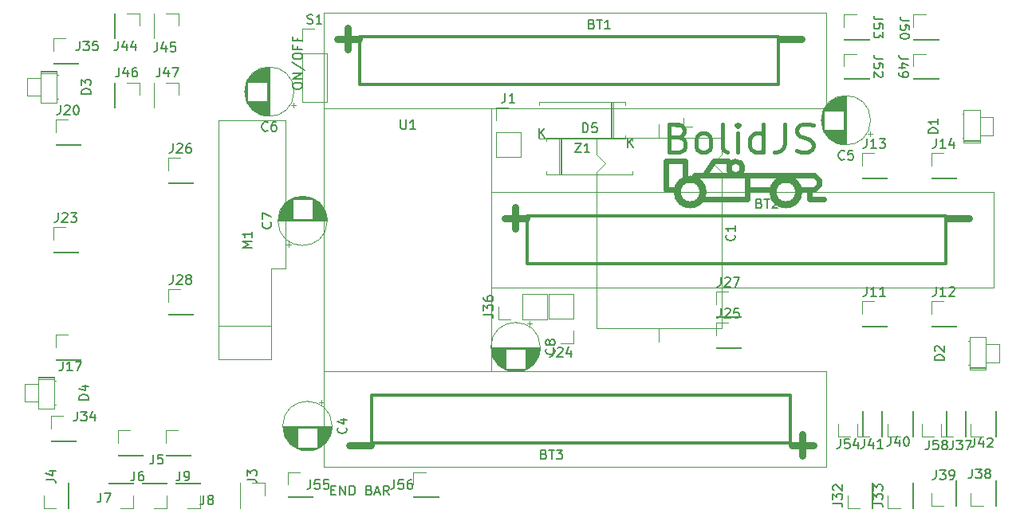
<source format=gbr>
%TF.GenerationSoftware,KiCad,Pcbnew,(5.1.6-0-10_14)*%
%TF.CreationDate,2020-10-30T14:57:04+01:00*%
%TF.ProjectId,bolidjs,626f6c69-646a-4732-9e6b-696361645f70,1.0*%
%TF.SameCoordinates,Original*%
%TF.FileFunction,Legend,Top*%
%TF.FilePolarity,Positive*%
%FSLAX46Y46*%
G04 Gerber Fmt 4.6, Leading zero omitted, Abs format (unit mm)*
G04 Created by KiCad (PCBNEW (5.1.6-0-10_14)) date 2020-10-30 14:57:04*
%MOMM*%
%LPD*%
G01*
G04 APERTURE LIST*
%ADD10C,0.150000*%
%ADD11C,0.600000*%
%ADD12C,0.750000*%
%ADD13C,0.450000*%
%ADD14C,0.120000*%
%ADD15C,0.360000*%
G04 APERTURE END LIST*
D10*
X103338380Y-59927809D02*
X103338380Y-59737333D01*
X103386000Y-59642095D01*
X103481238Y-59546857D01*
X103671714Y-59499238D01*
X104005047Y-59499238D01*
X104195523Y-59546857D01*
X104290761Y-59642095D01*
X104338380Y-59737333D01*
X104338380Y-59927809D01*
X104290761Y-60023047D01*
X104195523Y-60118285D01*
X104005047Y-60165904D01*
X103671714Y-60165904D01*
X103481238Y-60118285D01*
X103386000Y-60023047D01*
X103338380Y-59927809D01*
X104338380Y-59070666D02*
X103338380Y-59070666D01*
X104338380Y-58499238D01*
X103338380Y-58499238D01*
X103290761Y-57308761D02*
X104576476Y-58165904D01*
X103338380Y-56784952D02*
X103338380Y-56594476D01*
X103386000Y-56499238D01*
X103481238Y-56404000D01*
X103671714Y-56356380D01*
X104005047Y-56356380D01*
X104195523Y-56404000D01*
X104290761Y-56499238D01*
X104338380Y-56594476D01*
X104338380Y-56784952D01*
X104290761Y-56880190D01*
X104195523Y-56975428D01*
X104005047Y-57023047D01*
X103671714Y-57023047D01*
X103481238Y-56975428D01*
X103386000Y-56880190D01*
X103338380Y-56784952D01*
X103814571Y-55594476D02*
X103814571Y-55927809D01*
X104338380Y-55927809D02*
X103338380Y-55927809D01*
X103338380Y-55451619D01*
X103814571Y-54737333D02*
X103814571Y-55070666D01*
X104338380Y-55070666D02*
X103338380Y-55070666D01*
X103338380Y-54594476D01*
X107442380Y-102798571D02*
X107775714Y-102798571D01*
X107918571Y-103322380D02*
X107442380Y-103322380D01*
X107442380Y-102322380D01*
X107918571Y-102322380D01*
X108347142Y-103322380D02*
X108347142Y-102322380D01*
X108918571Y-103322380D01*
X108918571Y-102322380D01*
X109394761Y-103322380D02*
X109394761Y-102322380D01*
X109632857Y-102322380D01*
X109775714Y-102370000D01*
X109870952Y-102465238D01*
X109918571Y-102560476D01*
X109966190Y-102750952D01*
X109966190Y-102893809D01*
X109918571Y-103084285D01*
X109870952Y-103179523D01*
X109775714Y-103274761D01*
X109632857Y-103322380D01*
X109394761Y-103322380D01*
X111490000Y-102798571D02*
X111632857Y-102846190D01*
X111680476Y-102893809D01*
X111728095Y-102989047D01*
X111728095Y-103131904D01*
X111680476Y-103227142D01*
X111632857Y-103274761D01*
X111537619Y-103322380D01*
X111156666Y-103322380D01*
X111156666Y-102322380D01*
X111490000Y-102322380D01*
X111585238Y-102370000D01*
X111632857Y-102417619D01*
X111680476Y-102512857D01*
X111680476Y-102608095D01*
X111632857Y-102703333D01*
X111585238Y-102750952D01*
X111490000Y-102798571D01*
X111156666Y-102798571D01*
X112109047Y-103036666D02*
X112585238Y-103036666D01*
X112013809Y-103322380D02*
X112347142Y-102322380D01*
X112680476Y-103322380D01*
X113585238Y-103322380D02*
X113251904Y-102846190D01*
X113013809Y-103322380D02*
X113013809Y-102322380D01*
X113394761Y-102322380D01*
X113490000Y-102370000D01*
X113537619Y-102417619D01*
X113585238Y-102512857D01*
X113585238Y-102655714D01*
X113537619Y-102750952D01*
X113490000Y-102798571D01*
X113394761Y-102846190D01*
X113013809Y-102846190D01*
D11*
X151086420Y-68580000D02*
G75*
G03*
X151086420Y-68580000I-718420J0D01*
G01*
D10*
X149606000Y-69342000D02*
X147066000Y-69342000D01*
X149606000Y-67818000D02*
X149606000Y-69342000D01*
D11*
X148082000Y-67818000D02*
X149606000Y-67818000D01*
X147066000Y-69342000D02*
X148082000Y-67818000D01*
D10*
X145034000Y-69850000D02*
X144018000Y-70866000D01*
D11*
X145034000Y-67818000D02*
X145034000Y-69850000D01*
X143002000Y-67818000D02*
X145034000Y-67818000D01*
X143002000Y-70866000D02*
X143002000Y-67818000D01*
X144018000Y-70866000D02*
X143002000Y-70866000D01*
X158242000Y-71882000D02*
X159766000Y-71882000D01*
X158242000Y-70866000D02*
X158242000Y-71882000D01*
X151638000Y-70866000D02*
X151638000Y-69342000D01*
X154178000Y-70866000D02*
X151638000Y-70866000D01*
D10*
X155194000Y-69850000D02*
X154178000Y-70866000D01*
X156210000Y-69850000D02*
X155194000Y-69850000D01*
X157226000Y-70866000D02*
X156210000Y-69850000D01*
D11*
X158750000Y-70866000D02*
X157226000Y-70866000D01*
X159258000Y-70358000D02*
X158750000Y-70866000D01*
X159258000Y-69850000D02*
X159258000Y-70358000D01*
X158750000Y-69342000D02*
X159258000Y-69850000D01*
X151638000Y-69342000D02*
X158750000Y-69342000D01*
D10*
X146050000Y-69342000D02*
X147066000Y-71882000D01*
D11*
X151638000Y-69342000D02*
X146050000Y-69342000D01*
X151638000Y-71882000D02*
X151638000Y-69342000D01*
X147066000Y-71882000D02*
X151638000Y-71882000D01*
D12*
X157069832Y-71120000D02*
G75*
G03*
X157069832Y-71120000I-1367832J0D01*
G01*
X146909832Y-71120000D02*
G75*
G03*
X146909832Y-71120000I-1367832J0D01*
G01*
D13*
X144304571Y-65317714D02*
X144733142Y-65460571D01*
X144876000Y-65603428D01*
X145018857Y-65889142D01*
X145018857Y-66317714D01*
X144876000Y-66603428D01*
X144733142Y-66746285D01*
X144447428Y-66889142D01*
X143304571Y-66889142D01*
X143304571Y-63889142D01*
X144304571Y-63889142D01*
X144590285Y-64032000D01*
X144733142Y-64174857D01*
X144876000Y-64460571D01*
X144876000Y-64746285D01*
X144733142Y-65032000D01*
X144590285Y-65174857D01*
X144304571Y-65317714D01*
X143304571Y-65317714D01*
X146733142Y-66889142D02*
X146447428Y-66746285D01*
X146304571Y-66603428D01*
X146161714Y-66317714D01*
X146161714Y-65460571D01*
X146304571Y-65174857D01*
X146447428Y-65032000D01*
X146733142Y-64889142D01*
X147161714Y-64889142D01*
X147447428Y-65032000D01*
X147590285Y-65174857D01*
X147733142Y-65460571D01*
X147733142Y-66317714D01*
X147590285Y-66603428D01*
X147447428Y-66746285D01*
X147161714Y-66889142D01*
X146733142Y-66889142D01*
X149447428Y-66889142D02*
X149161714Y-66746285D01*
X149018857Y-66460571D01*
X149018857Y-63889142D01*
X150590285Y-66889142D02*
X150590285Y-64889142D01*
X150590285Y-63889142D02*
X150447428Y-64032000D01*
X150590285Y-64174857D01*
X150733142Y-64032000D01*
X150590285Y-63889142D01*
X150590285Y-64174857D01*
X153304571Y-66889142D02*
X153304571Y-63889142D01*
X153304571Y-66746285D02*
X153018857Y-66889142D01*
X152447428Y-66889142D01*
X152161714Y-66746285D01*
X152018857Y-66603428D01*
X151876000Y-66317714D01*
X151876000Y-65460571D01*
X152018857Y-65174857D01*
X152161714Y-65032000D01*
X152447428Y-64889142D01*
X153018857Y-64889142D01*
X153304571Y-65032000D01*
X155590285Y-63889142D02*
X155590285Y-66032000D01*
X155447428Y-66460571D01*
X155161714Y-66746285D01*
X154733142Y-66889142D01*
X154447428Y-66889142D01*
X156876000Y-66746285D02*
X157304571Y-66889142D01*
X158018857Y-66889142D01*
X158304571Y-66746285D01*
X158447428Y-66603428D01*
X158590285Y-66317714D01*
X158590285Y-66032000D01*
X158447428Y-65746285D01*
X158304571Y-65603428D01*
X158018857Y-65460571D01*
X157447428Y-65317714D01*
X157161714Y-65174857D01*
X157018857Y-65032000D01*
X156876000Y-64746285D01*
X156876000Y-64460571D01*
X157018857Y-64174857D01*
X157161714Y-64032000D01*
X157447428Y-63889142D01*
X158161714Y-63889142D01*
X158590285Y-64032000D01*
D14*
%TO.C,J14*%
X171136000Y-69656000D02*
X173796000Y-69656000D01*
X171136000Y-69596000D02*
X171136000Y-69656000D01*
X173796000Y-69596000D02*
X173796000Y-69656000D01*
X171136000Y-69596000D02*
X173796000Y-69596000D01*
X171136000Y-68326000D02*
X171136000Y-66996000D01*
X171136000Y-66996000D02*
X172466000Y-66996000D01*
%TO.C,J13*%
X163770000Y-69656000D02*
X166430000Y-69656000D01*
X163770000Y-69596000D02*
X163770000Y-69656000D01*
X166430000Y-69596000D02*
X166430000Y-69656000D01*
X163770000Y-69596000D02*
X166430000Y-69596000D01*
X163770000Y-68326000D02*
X163770000Y-66996000D01*
X163770000Y-66996000D02*
X165100000Y-66996000D01*
%TO.C,J12*%
X171136000Y-85404000D02*
X173796000Y-85404000D01*
X171136000Y-85344000D02*
X171136000Y-85404000D01*
X173796000Y-85344000D02*
X173796000Y-85404000D01*
X171136000Y-85344000D02*
X173796000Y-85344000D01*
X171136000Y-84074000D02*
X171136000Y-82744000D01*
X171136000Y-82744000D02*
X172466000Y-82744000D01*
%TO.C,J11*%
X163770000Y-85404000D02*
X166430000Y-85404000D01*
X163770000Y-85344000D02*
X163770000Y-85404000D01*
X166430000Y-85344000D02*
X166430000Y-85404000D01*
X163770000Y-85344000D02*
X166430000Y-85344000D01*
X163770000Y-84074000D02*
X163770000Y-82744000D01*
X163770000Y-82744000D02*
X165100000Y-82744000D01*
%TO.C,J58*%
X172780000Y-97088000D02*
X172780000Y-94428000D01*
X172720000Y-97088000D02*
X172780000Y-97088000D01*
X172720000Y-94428000D02*
X172780000Y-94428000D01*
X172720000Y-97088000D02*
X172720000Y-94428000D01*
X171450000Y-97088000D02*
X170120000Y-97088000D01*
X170120000Y-97088000D02*
X170120000Y-95758000D01*
%TO.C,J56*%
X116145000Y-103565000D02*
X118805000Y-103565000D01*
X116145000Y-103505000D02*
X116145000Y-103565000D01*
X118805000Y-103505000D02*
X118805000Y-103565000D01*
X116145000Y-103505000D02*
X118805000Y-103505000D01*
X116145000Y-102235000D02*
X116145000Y-100905000D01*
X116145000Y-100905000D02*
X117475000Y-100905000D01*
%TO.C,J55*%
X102810000Y-103565000D02*
X105470000Y-103565000D01*
X102810000Y-103505000D02*
X102810000Y-103565000D01*
X105470000Y-103505000D02*
X105470000Y-103565000D01*
X102810000Y-103505000D02*
X105470000Y-103505000D01*
X102810000Y-102235000D02*
X102810000Y-100905000D01*
X102810000Y-100905000D02*
X104140000Y-100905000D01*
%TO.C,J54*%
X163890000Y-97088000D02*
X163890000Y-94428000D01*
X163830000Y-97088000D02*
X163890000Y-97088000D01*
X163830000Y-94428000D02*
X163890000Y-94428000D01*
X163830000Y-97088000D02*
X163830000Y-94428000D01*
X162560000Y-97088000D02*
X161230000Y-97088000D01*
X161230000Y-97088000D02*
X161230000Y-95758000D01*
%TO.C,J53*%
X161865000Y-54924000D02*
X164525000Y-54924000D01*
X161865000Y-54864000D02*
X161865000Y-54924000D01*
X164525000Y-54864000D02*
X164525000Y-54924000D01*
X161865000Y-54864000D02*
X164525000Y-54864000D01*
X161865000Y-53594000D02*
X161865000Y-52264000D01*
X161865000Y-52264000D02*
X163195000Y-52264000D01*
%TO.C,J52*%
X161865000Y-59115000D02*
X164525000Y-59115000D01*
X161865000Y-59055000D02*
X161865000Y-59115000D01*
X164525000Y-59055000D02*
X164525000Y-59115000D01*
X161865000Y-59055000D02*
X164525000Y-59055000D01*
X161865000Y-57785000D02*
X161865000Y-56455000D01*
X161865000Y-56455000D02*
X163195000Y-56455000D01*
%TO.C,J50*%
X169231000Y-54924000D02*
X171891000Y-54924000D01*
X169231000Y-54864000D02*
X169231000Y-54924000D01*
X171891000Y-54864000D02*
X171891000Y-54924000D01*
X169231000Y-54864000D02*
X171891000Y-54864000D01*
X169231000Y-53594000D02*
X169231000Y-52264000D01*
X169231000Y-52264000D02*
X170561000Y-52264000D01*
%TO.C,J49*%
X169231000Y-59115000D02*
X171891000Y-59115000D01*
X169231000Y-59055000D02*
X169231000Y-59115000D01*
X171891000Y-59055000D02*
X171891000Y-59115000D01*
X169231000Y-59055000D02*
X171891000Y-59055000D01*
X169231000Y-57785000D02*
X169231000Y-56455000D01*
X169231000Y-56455000D02*
X170561000Y-56455000D01*
%TO.C,J47*%
X88586000Y-59503000D02*
X88586000Y-62163000D01*
X88646000Y-59503000D02*
X88586000Y-59503000D01*
X88646000Y-62163000D02*
X88586000Y-62163000D01*
X88646000Y-59503000D02*
X88646000Y-62163000D01*
X89916000Y-59503000D02*
X91246000Y-59503000D01*
X91246000Y-59503000D02*
X91246000Y-60833000D01*
%TO.C,J46*%
X84395000Y-59503000D02*
X84395000Y-62163000D01*
X84455000Y-59503000D02*
X84395000Y-59503000D01*
X84455000Y-62163000D02*
X84395000Y-62163000D01*
X84455000Y-59503000D02*
X84455000Y-62163000D01*
X85725000Y-59503000D02*
X87055000Y-59503000D01*
X87055000Y-59503000D02*
X87055000Y-60833000D01*
%TO.C,J45*%
X88586000Y-52137000D02*
X88586000Y-54797000D01*
X88646000Y-52137000D02*
X88586000Y-52137000D01*
X88646000Y-54797000D02*
X88586000Y-54797000D01*
X88646000Y-52137000D02*
X88646000Y-54797000D01*
X89916000Y-52137000D02*
X91246000Y-52137000D01*
X91246000Y-52137000D02*
X91246000Y-53467000D01*
%TO.C,J44*%
X84395000Y-52137000D02*
X84395000Y-54797000D01*
X84455000Y-52137000D02*
X84395000Y-52137000D01*
X84455000Y-54797000D02*
X84395000Y-54797000D01*
X84455000Y-52137000D02*
X84455000Y-54797000D01*
X85725000Y-52137000D02*
X87055000Y-52137000D01*
X87055000Y-52137000D02*
X87055000Y-53467000D01*
%TO.C,J42*%
X177987000Y-97088000D02*
X177987000Y-94428000D01*
X177927000Y-97088000D02*
X177987000Y-97088000D01*
X177927000Y-94428000D02*
X177987000Y-94428000D01*
X177927000Y-97088000D02*
X177927000Y-94428000D01*
X176657000Y-97088000D02*
X175327000Y-97088000D01*
X175327000Y-97088000D02*
X175327000Y-95758000D01*
%TO.C,J41*%
X165922000Y-97088000D02*
X165922000Y-94428000D01*
X165862000Y-97088000D02*
X165922000Y-97088000D01*
X165862000Y-94428000D02*
X165922000Y-94428000D01*
X165862000Y-97088000D02*
X165862000Y-94428000D01*
X164592000Y-97088000D02*
X163262000Y-97088000D01*
X163262000Y-97088000D02*
X163262000Y-95758000D01*
%TO.C,J40*%
X169173200Y-97088000D02*
X169173200Y-94428000D01*
X169113200Y-97088000D02*
X169173200Y-97088000D01*
X169113200Y-94428000D02*
X169173200Y-94428000D01*
X169113200Y-97088000D02*
X169113200Y-94428000D01*
X167843200Y-97088000D02*
X166513200Y-97088000D01*
X166513200Y-97088000D02*
X166513200Y-95758000D01*
%TO.C,J39*%
X173796000Y-104454000D02*
X173796000Y-101794000D01*
X173736000Y-104454000D02*
X173796000Y-104454000D01*
X173736000Y-101794000D02*
X173796000Y-101794000D01*
X173736000Y-104454000D02*
X173736000Y-101794000D01*
X172466000Y-104454000D02*
X171136000Y-104454000D01*
X171136000Y-104454000D02*
X171136000Y-103124000D01*
%TO.C,J38*%
X177987000Y-104454000D02*
X177987000Y-101794000D01*
X177927000Y-104454000D02*
X177987000Y-104454000D01*
X177927000Y-101794000D02*
X177987000Y-101794000D01*
X177927000Y-104454000D02*
X177927000Y-101794000D01*
X176657000Y-104454000D02*
X175327000Y-104454000D01*
X175327000Y-104454000D02*
X175327000Y-103124000D01*
%TO.C,J37*%
X174812000Y-97088000D02*
X174812000Y-94428000D01*
X174752000Y-97088000D02*
X174812000Y-97088000D01*
X174752000Y-94428000D02*
X174812000Y-94428000D01*
X174752000Y-97088000D02*
X174752000Y-94428000D01*
X173482000Y-97088000D02*
X172152000Y-97088000D01*
X172152000Y-97088000D02*
X172152000Y-95758000D01*
%TO.C,J33*%
X169175000Y-104708000D02*
X169175000Y-102048000D01*
X169115000Y-104708000D02*
X169175000Y-104708000D01*
X169115000Y-102048000D02*
X169175000Y-102048000D01*
X169115000Y-104708000D02*
X169115000Y-102048000D01*
X167845000Y-104708000D02*
X166515000Y-104708000D01*
X166515000Y-104708000D02*
X166515000Y-103378000D01*
%TO.C,J32*%
X164906000Y-104708000D02*
X164906000Y-102048000D01*
X164846000Y-104708000D02*
X164906000Y-104708000D01*
X164846000Y-102048000D02*
X164906000Y-102048000D01*
X164846000Y-104708000D02*
X164846000Y-102048000D01*
X163576000Y-104708000D02*
X162246000Y-104708000D01*
X162246000Y-104708000D02*
X162246000Y-103378000D01*
%TO.C,M1*%
X101092000Y-79248000D02*
X101092000Y-85344000D01*
X102616000Y-79248000D02*
X101092000Y-79248000D01*
X102616000Y-77724000D02*
X102616000Y-79248000D01*
X102616000Y-63500000D02*
X102616000Y-77724000D01*
X95504000Y-63500000D02*
X102616000Y-63500000D01*
X95504000Y-85344000D02*
X95504000Y-63500000D01*
X101092000Y-88900000D02*
X98552000Y-88900000D01*
X101092000Y-85344000D02*
X101092000Y-88900000D01*
X95504000Y-85344000D02*
X101092000Y-85344000D01*
X95504000Y-88900000D02*
X95504000Y-85344000D01*
X98552000Y-88900000D02*
X95504000Y-88900000D01*
%TO.C,U1*%
X106680000Y-87630000D02*
X106680000Y-90170000D01*
X124460000Y-90170000D02*
X124460000Y-87630000D01*
X106680000Y-62230000D02*
X106680000Y-87630000D01*
X106680000Y-90170000D02*
X124460000Y-90170000D01*
X124460000Y-87630000D02*
X124460000Y-62230000D01*
X124460000Y-62230000D02*
X106680000Y-62230000D01*
%TO.C,C4*%
X107522000Y-95992000D02*
G75*
G03*
X107522000Y-95992000I-2620000J0D01*
G01*
X107482000Y-95992000D02*
X102322000Y-95992000D01*
X107482000Y-96032000D02*
X102322000Y-96032000D01*
X107481000Y-96072000D02*
X102323000Y-96072000D01*
X107480000Y-96112000D02*
X102324000Y-96112000D01*
X107478000Y-96152000D02*
X102326000Y-96152000D01*
X107475000Y-96192000D02*
X102329000Y-96192000D01*
X107471000Y-96232000D02*
X105942000Y-96232000D01*
X103862000Y-96232000D02*
X102333000Y-96232000D01*
X107467000Y-96272000D02*
X105942000Y-96272000D01*
X103862000Y-96272000D02*
X102337000Y-96272000D01*
X107463000Y-96312000D02*
X105942000Y-96312000D01*
X103862000Y-96312000D02*
X102341000Y-96312000D01*
X107458000Y-96352000D02*
X105942000Y-96352000D01*
X103862000Y-96352000D02*
X102346000Y-96352000D01*
X107452000Y-96392000D02*
X105942000Y-96392000D01*
X103862000Y-96392000D02*
X102352000Y-96392000D01*
X107445000Y-96432000D02*
X105942000Y-96432000D01*
X103862000Y-96432000D02*
X102359000Y-96432000D01*
X107438000Y-96472000D02*
X105942000Y-96472000D01*
X103862000Y-96472000D02*
X102366000Y-96472000D01*
X107430000Y-96512000D02*
X105942000Y-96512000D01*
X103862000Y-96512000D02*
X102374000Y-96512000D01*
X107422000Y-96552000D02*
X105942000Y-96552000D01*
X103862000Y-96552000D02*
X102382000Y-96552000D01*
X107413000Y-96592000D02*
X105942000Y-96592000D01*
X103862000Y-96592000D02*
X102391000Y-96592000D01*
X107403000Y-96632000D02*
X105942000Y-96632000D01*
X103862000Y-96632000D02*
X102401000Y-96632000D01*
X107393000Y-96672000D02*
X105942000Y-96672000D01*
X103862000Y-96672000D02*
X102411000Y-96672000D01*
X107382000Y-96713000D02*
X105942000Y-96713000D01*
X103862000Y-96713000D02*
X102422000Y-96713000D01*
X107370000Y-96753000D02*
X105942000Y-96753000D01*
X103862000Y-96753000D02*
X102434000Y-96753000D01*
X107357000Y-96793000D02*
X105942000Y-96793000D01*
X103862000Y-96793000D02*
X102447000Y-96793000D01*
X107344000Y-96833000D02*
X105942000Y-96833000D01*
X103862000Y-96833000D02*
X102460000Y-96833000D01*
X107330000Y-96873000D02*
X105942000Y-96873000D01*
X103862000Y-96873000D02*
X102474000Y-96873000D01*
X107316000Y-96913000D02*
X105942000Y-96913000D01*
X103862000Y-96913000D02*
X102488000Y-96913000D01*
X107300000Y-96953000D02*
X105942000Y-96953000D01*
X103862000Y-96953000D02*
X102504000Y-96953000D01*
X107284000Y-96993000D02*
X105942000Y-96993000D01*
X103862000Y-96993000D02*
X102520000Y-96993000D01*
X107267000Y-97033000D02*
X105942000Y-97033000D01*
X103862000Y-97033000D02*
X102537000Y-97033000D01*
X107250000Y-97073000D02*
X105942000Y-97073000D01*
X103862000Y-97073000D02*
X102554000Y-97073000D01*
X107231000Y-97113000D02*
X105942000Y-97113000D01*
X103862000Y-97113000D02*
X102573000Y-97113000D01*
X107212000Y-97153000D02*
X105942000Y-97153000D01*
X103862000Y-97153000D02*
X102592000Y-97153000D01*
X107192000Y-97193000D02*
X105942000Y-97193000D01*
X103862000Y-97193000D02*
X102612000Y-97193000D01*
X107170000Y-97233000D02*
X105942000Y-97233000D01*
X103862000Y-97233000D02*
X102634000Y-97233000D01*
X107149000Y-97273000D02*
X105942000Y-97273000D01*
X103862000Y-97273000D02*
X102655000Y-97273000D01*
X107126000Y-97313000D02*
X105942000Y-97313000D01*
X103862000Y-97313000D02*
X102678000Y-97313000D01*
X107102000Y-97353000D02*
X105942000Y-97353000D01*
X103862000Y-97353000D02*
X102702000Y-97353000D01*
X107077000Y-97393000D02*
X105942000Y-97393000D01*
X103862000Y-97393000D02*
X102727000Y-97393000D01*
X107051000Y-97433000D02*
X105942000Y-97433000D01*
X103862000Y-97433000D02*
X102753000Y-97433000D01*
X107024000Y-97473000D02*
X105942000Y-97473000D01*
X103862000Y-97473000D02*
X102780000Y-97473000D01*
X106997000Y-97513000D02*
X105942000Y-97513000D01*
X103862000Y-97513000D02*
X102807000Y-97513000D01*
X106967000Y-97553000D02*
X105942000Y-97553000D01*
X103862000Y-97553000D02*
X102837000Y-97553000D01*
X106937000Y-97593000D02*
X105942000Y-97593000D01*
X103862000Y-97593000D02*
X102867000Y-97593000D01*
X106906000Y-97633000D02*
X105942000Y-97633000D01*
X103862000Y-97633000D02*
X102898000Y-97633000D01*
X106873000Y-97673000D02*
X105942000Y-97673000D01*
X103862000Y-97673000D02*
X102931000Y-97673000D01*
X106839000Y-97713000D02*
X105942000Y-97713000D01*
X103862000Y-97713000D02*
X102965000Y-97713000D01*
X106803000Y-97753000D02*
X105942000Y-97753000D01*
X103862000Y-97753000D02*
X103001000Y-97753000D01*
X106766000Y-97793000D02*
X105942000Y-97793000D01*
X103862000Y-97793000D02*
X103038000Y-97793000D01*
X106728000Y-97833000D02*
X105942000Y-97833000D01*
X103862000Y-97833000D02*
X103076000Y-97833000D01*
X106687000Y-97873000D02*
X105942000Y-97873000D01*
X103862000Y-97873000D02*
X103117000Y-97873000D01*
X106645000Y-97913000D02*
X105942000Y-97913000D01*
X103862000Y-97913000D02*
X103159000Y-97913000D01*
X106601000Y-97953000D02*
X105942000Y-97953000D01*
X103862000Y-97953000D02*
X103203000Y-97953000D01*
X106555000Y-97993000D02*
X105942000Y-97993000D01*
X103862000Y-97993000D02*
X103249000Y-97993000D01*
X106507000Y-98033000D02*
X105942000Y-98033000D01*
X103862000Y-98033000D02*
X103297000Y-98033000D01*
X106456000Y-98073000D02*
X105942000Y-98073000D01*
X103862000Y-98073000D02*
X103348000Y-98073000D01*
X106402000Y-98113000D02*
X105942000Y-98113000D01*
X103862000Y-98113000D02*
X103402000Y-98113000D01*
X106345000Y-98153000D02*
X105942000Y-98153000D01*
X103862000Y-98153000D02*
X103459000Y-98153000D01*
X106285000Y-98193000D02*
X105942000Y-98193000D01*
X103862000Y-98193000D02*
X103519000Y-98193000D01*
X106221000Y-98233000D02*
X105942000Y-98233000D01*
X103862000Y-98233000D02*
X103583000Y-98233000D01*
X106153000Y-98273000D02*
X105942000Y-98273000D01*
X103862000Y-98273000D02*
X103651000Y-98273000D01*
X106080000Y-98313000D02*
X103724000Y-98313000D01*
X106000000Y-98353000D02*
X103804000Y-98353000D01*
X105913000Y-98393000D02*
X103891000Y-98393000D01*
X105817000Y-98433000D02*
X103987000Y-98433000D01*
X105707000Y-98473000D02*
X104097000Y-98473000D01*
X105579000Y-98513000D02*
X104225000Y-98513000D01*
X105420000Y-98553000D02*
X104384000Y-98553000D01*
X105186000Y-98593000D02*
X104618000Y-98593000D01*
X106377000Y-93187225D02*
X106377000Y-93687225D01*
X106627000Y-93437225D02*
X106127000Y-93437225D01*
%TO.C,C5*%
X164626775Y-65225000D02*
X164626775Y-64725000D01*
X164876775Y-64975000D02*
X164376775Y-64975000D01*
X159471000Y-63784000D02*
X159471000Y-63216000D01*
X159511000Y-64018000D02*
X159511000Y-62982000D01*
X159551000Y-64177000D02*
X159551000Y-62823000D01*
X159591000Y-64305000D02*
X159591000Y-62695000D01*
X159631000Y-64415000D02*
X159631000Y-62585000D01*
X159671000Y-64511000D02*
X159671000Y-62489000D01*
X159711000Y-64598000D02*
X159711000Y-62402000D01*
X159751000Y-64678000D02*
X159751000Y-62322000D01*
X159791000Y-62460000D02*
X159791000Y-62249000D01*
X159791000Y-64751000D02*
X159791000Y-64540000D01*
X159831000Y-62460000D02*
X159831000Y-62181000D01*
X159831000Y-64819000D02*
X159831000Y-64540000D01*
X159871000Y-62460000D02*
X159871000Y-62117000D01*
X159871000Y-64883000D02*
X159871000Y-64540000D01*
X159911000Y-62460000D02*
X159911000Y-62057000D01*
X159911000Y-64943000D02*
X159911000Y-64540000D01*
X159951000Y-62460000D02*
X159951000Y-62000000D01*
X159951000Y-65000000D02*
X159951000Y-64540000D01*
X159991000Y-62460000D02*
X159991000Y-61946000D01*
X159991000Y-65054000D02*
X159991000Y-64540000D01*
X160031000Y-62460000D02*
X160031000Y-61895000D01*
X160031000Y-65105000D02*
X160031000Y-64540000D01*
X160071000Y-62460000D02*
X160071000Y-61847000D01*
X160071000Y-65153000D02*
X160071000Y-64540000D01*
X160111000Y-62460000D02*
X160111000Y-61801000D01*
X160111000Y-65199000D02*
X160111000Y-64540000D01*
X160151000Y-62460000D02*
X160151000Y-61757000D01*
X160151000Y-65243000D02*
X160151000Y-64540000D01*
X160191000Y-62460000D02*
X160191000Y-61715000D01*
X160191000Y-65285000D02*
X160191000Y-64540000D01*
X160231000Y-62460000D02*
X160231000Y-61674000D01*
X160231000Y-65326000D02*
X160231000Y-64540000D01*
X160271000Y-62460000D02*
X160271000Y-61636000D01*
X160271000Y-65364000D02*
X160271000Y-64540000D01*
X160311000Y-62460000D02*
X160311000Y-61599000D01*
X160311000Y-65401000D02*
X160311000Y-64540000D01*
X160351000Y-62460000D02*
X160351000Y-61563000D01*
X160351000Y-65437000D02*
X160351000Y-64540000D01*
X160391000Y-62460000D02*
X160391000Y-61529000D01*
X160391000Y-65471000D02*
X160391000Y-64540000D01*
X160431000Y-62460000D02*
X160431000Y-61496000D01*
X160431000Y-65504000D02*
X160431000Y-64540000D01*
X160471000Y-62460000D02*
X160471000Y-61465000D01*
X160471000Y-65535000D02*
X160471000Y-64540000D01*
X160511000Y-62460000D02*
X160511000Y-61435000D01*
X160511000Y-65565000D02*
X160511000Y-64540000D01*
X160551000Y-62460000D02*
X160551000Y-61405000D01*
X160551000Y-65595000D02*
X160551000Y-64540000D01*
X160591000Y-62460000D02*
X160591000Y-61378000D01*
X160591000Y-65622000D02*
X160591000Y-64540000D01*
X160631000Y-62460000D02*
X160631000Y-61351000D01*
X160631000Y-65649000D02*
X160631000Y-64540000D01*
X160671000Y-62460000D02*
X160671000Y-61325000D01*
X160671000Y-65675000D02*
X160671000Y-64540000D01*
X160711000Y-62460000D02*
X160711000Y-61300000D01*
X160711000Y-65700000D02*
X160711000Y-64540000D01*
X160751000Y-62460000D02*
X160751000Y-61276000D01*
X160751000Y-65724000D02*
X160751000Y-64540000D01*
X160791000Y-62460000D02*
X160791000Y-61253000D01*
X160791000Y-65747000D02*
X160791000Y-64540000D01*
X160831000Y-62460000D02*
X160831000Y-61232000D01*
X160831000Y-65768000D02*
X160831000Y-64540000D01*
X160871000Y-62460000D02*
X160871000Y-61210000D01*
X160871000Y-65790000D02*
X160871000Y-64540000D01*
X160911000Y-62460000D02*
X160911000Y-61190000D01*
X160911000Y-65810000D02*
X160911000Y-64540000D01*
X160951000Y-62460000D02*
X160951000Y-61171000D01*
X160951000Y-65829000D02*
X160951000Y-64540000D01*
X160991000Y-62460000D02*
X160991000Y-61152000D01*
X160991000Y-65848000D02*
X160991000Y-64540000D01*
X161031000Y-62460000D02*
X161031000Y-61135000D01*
X161031000Y-65865000D02*
X161031000Y-64540000D01*
X161071000Y-62460000D02*
X161071000Y-61118000D01*
X161071000Y-65882000D02*
X161071000Y-64540000D01*
X161111000Y-62460000D02*
X161111000Y-61102000D01*
X161111000Y-65898000D02*
X161111000Y-64540000D01*
X161151000Y-62460000D02*
X161151000Y-61086000D01*
X161151000Y-65914000D02*
X161151000Y-64540000D01*
X161191000Y-62460000D02*
X161191000Y-61072000D01*
X161191000Y-65928000D02*
X161191000Y-64540000D01*
X161231000Y-62460000D02*
X161231000Y-61058000D01*
X161231000Y-65942000D02*
X161231000Y-64540000D01*
X161271000Y-62460000D02*
X161271000Y-61045000D01*
X161271000Y-65955000D02*
X161271000Y-64540000D01*
X161311000Y-62460000D02*
X161311000Y-61032000D01*
X161311000Y-65968000D02*
X161311000Y-64540000D01*
X161351000Y-62460000D02*
X161351000Y-61020000D01*
X161351000Y-65980000D02*
X161351000Y-64540000D01*
X161392000Y-62460000D02*
X161392000Y-61009000D01*
X161392000Y-65991000D02*
X161392000Y-64540000D01*
X161432000Y-62460000D02*
X161432000Y-60999000D01*
X161432000Y-66001000D02*
X161432000Y-64540000D01*
X161472000Y-62460000D02*
X161472000Y-60989000D01*
X161472000Y-66011000D02*
X161472000Y-64540000D01*
X161512000Y-62460000D02*
X161512000Y-60980000D01*
X161512000Y-66020000D02*
X161512000Y-64540000D01*
X161552000Y-62460000D02*
X161552000Y-60972000D01*
X161552000Y-66028000D02*
X161552000Y-64540000D01*
X161592000Y-62460000D02*
X161592000Y-60964000D01*
X161592000Y-66036000D02*
X161592000Y-64540000D01*
X161632000Y-62460000D02*
X161632000Y-60957000D01*
X161632000Y-66043000D02*
X161632000Y-64540000D01*
X161672000Y-62460000D02*
X161672000Y-60950000D01*
X161672000Y-66050000D02*
X161672000Y-64540000D01*
X161712000Y-62460000D02*
X161712000Y-60944000D01*
X161712000Y-66056000D02*
X161712000Y-64540000D01*
X161752000Y-62460000D02*
X161752000Y-60939000D01*
X161752000Y-66061000D02*
X161752000Y-64540000D01*
X161792000Y-62460000D02*
X161792000Y-60935000D01*
X161792000Y-66065000D02*
X161792000Y-64540000D01*
X161832000Y-62460000D02*
X161832000Y-60931000D01*
X161832000Y-66069000D02*
X161832000Y-64540000D01*
X161872000Y-66073000D02*
X161872000Y-60927000D01*
X161912000Y-66076000D02*
X161912000Y-60924000D01*
X161952000Y-66078000D02*
X161952000Y-60922000D01*
X161992000Y-66079000D02*
X161992000Y-60921000D01*
X162032000Y-66080000D02*
X162032000Y-60920000D01*
X162072000Y-66080000D02*
X162072000Y-60920000D01*
X164692000Y-63500000D02*
G75*
G03*
X164692000Y-63500000I-2620000J0D01*
G01*
%TO.C,C6*%
X103478000Y-60452000D02*
G75*
G03*
X103478000Y-60452000I-2620000J0D01*
G01*
X100858000Y-63032000D02*
X100858000Y-57872000D01*
X100818000Y-63032000D02*
X100818000Y-57872000D01*
X100778000Y-63031000D02*
X100778000Y-57873000D01*
X100738000Y-63030000D02*
X100738000Y-57874000D01*
X100698000Y-63028000D02*
X100698000Y-57876000D01*
X100658000Y-63025000D02*
X100658000Y-57879000D01*
X100618000Y-63021000D02*
X100618000Y-61492000D01*
X100618000Y-59412000D02*
X100618000Y-57883000D01*
X100578000Y-63017000D02*
X100578000Y-61492000D01*
X100578000Y-59412000D02*
X100578000Y-57887000D01*
X100538000Y-63013000D02*
X100538000Y-61492000D01*
X100538000Y-59412000D02*
X100538000Y-57891000D01*
X100498000Y-63008000D02*
X100498000Y-61492000D01*
X100498000Y-59412000D02*
X100498000Y-57896000D01*
X100458000Y-63002000D02*
X100458000Y-61492000D01*
X100458000Y-59412000D02*
X100458000Y-57902000D01*
X100418000Y-62995000D02*
X100418000Y-61492000D01*
X100418000Y-59412000D02*
X100418000Y-57909000D01*
X100378000Y-62988000D02*
X100378000Y-61492000D01*
X100378000Y-59412000D02*
X100378000Y-57916000D01*
X100338000Y-62980000D02*
X100338000Y-61492000D01*
X100338000Y-59412000D02*
X100338000Y-57924000D01*
X100298000Y-62972000D02*
X100298000Y-61492000D01*
X100298000Y-59412000D02*
X100298000Y-57932000D01*
X100258000Y-62963000D02*
X100258000Y-61492000D01*
X100258000Y-59412000D02*
X100258000Y-57941000D01*
X100218000Y-62953000D02*
X100218000Y-61492000D01*
X100218000Y-59412000D02*
X100218000Y-57951000D01*
X100178000Y-62943000D02*
X100178000Y-61492000D01*
X100178000Y-59412000D02*
X100178000Y-57961000D01*
X100137000Y-62932000D02*
X100137000Y-61492000D01*
X100137000Y-59412000D02*
X100137000Y-57972000D01*
X100097000Y-62920000D02*
X100097000Y-61492000D01*
X100097000Y-59412000D02*
X100097000Y-57984000D01*
X100057000Y-62907000D02*
X100057000Y-61492000D01*
X100057000Y-59412000D02*
X100057000Y-57997000D01*
X100017000Y-62894000D02*
X100017000Y-61492000D01*
X100017000Y-59412000D02*
X100017000Y-58010000D01*
X99977000Y-62880000D02*
X99977000Y-61492000D01*
X99977000Y-59412000D02*
X99977000Y-58024000D01*
X99937000Y-62866000D02*
X99937000Y-61492000D01*
X99937000Y-59412000D02*
X99937000Y-58038000D01*
X99897000Y-62850000D02*
X99897000Y-61492000D01*
X99897000Y-59412000D02*
X99897000Y-58054000D01*
X99857000Y-62834000D02*
X99857000Y-61492000D01*
X99857000Y-59412000D02*
X99857000Y-58070000D01*
X99817000Y-62817000D02*
X99817000Y-61492000D01*
X99817000Y-59412000D02*
X99817000Y-58087000D01*
X99777000Y-62800000D02*
X99777000Y-61492000D01*
X99777000Y-59412000D02*
X99777000Y-58104000D01*
X99737000Y-62781000D02*
X99737000Y-61492000D01*
X99737000Y-59412000D02*
X99737000Y-58123000D01*
X99697000Y-62762000D02*
X99697000Y-61492000D01*
X99697000Y-59412000D02*
X99697000Y-58142000D01*
X99657000Y-62742000D02*
X99657000Y-61492000D01*
X99657000Y-59412000D02*
X99657000Y-58162000D01*
X99617000Y-62720000D02*
X99617000Y-61492000D01*
X99617000Y-59412000D02*
X99617000Y-58184000D01*
X99577000Y-62699000D02*
X99577000Y-61492000D01*
X99577000Y-59412000D02*
X99577000Y-58205000D01*
X99537000Y-62676000D02*
X99537000Y-61492000D01*
X99537000Y-59412000D02*
X99537000Y-58228000D01*
X99497000Y-62652000D02*
X99497000Y-61492000D01*
X99497000Y-59412000D02*
X99497000Y-58252000D01*
X99457000Y-62627000D02*
X99457000Y-61492000D01*
X99457000Y-59412000D02*
X99457000Y-58277000D01*
X99417000Y-62601000D02*
X99417000Y-61492000D01*
X99417000Y-59412000D02*
X99417000Y-58303000D01*
X99377000Y-62574000D02*
X99377000Y-61492000D01*
X99377000Y-59412000D02*
X99377000Y-58330000D01*
X99337000Y-62547000D02*
X99337000Y-61492000D01*
X99337000Y-59412000D02*
X99337000Y-58357000D01*
X99297000Y-62517000D02*
X99297000Y-61492000D01*
X99297000Y-59412000D02*
X99297000Y-58387000D01*
X99257000Y-62487000D02*
X99257000Y-61492000D01*
X99257000Y-59412000D02*
X99257000Y-58417000D01*
X99217000Y-62456000D02*
X99217000Y-61492000D01*
X99217000Y-59412000D02*
X99217000Y-58448000D01*
X99177000Y-62423000D02*
X99177000Y-61492000D01*
X99177000Y-59412000D02*
X99177000Y-58481000D01*
X99137000Y-62389000D02*
X99137000Y-61492000D01*
X99137000Y-59412000D02*
X99137000Y-58515000D01*
X99097000Y-62353000D02*
X99097000Y-61492000D01*
X99097000Y-59412000D02*
X99097000Y-58551000D01*
X99057000Y-62316000D02*
X99057000Y-61492000D01*
X99057000Y-59412000D02*
X99057000Y-58588000D01*
X99017000Y-62278000D02*
X99017000Y-61492000D01*
X99017000Y-59412000D02*
X99017000Y-58626000D01*
X98977000Y-62237000D02*
X98977000Y-61492000D01*
X98977000Y-59412000D02*
X98977000Y-58667000D01*
X98937000Y-62195000D02*
X98937000Y-61492000D01*
X98937000Y-59412000D02*
X98937000Y-58709000D01*
X98897000Y-62151000D02*
X98897000Y-61492000D01*
X98897000Y-59412000D02*
X98897000Y-58753000D01*
X98857000Y-62105000D02*
X98857000Y-61492000D01*
X98857000Y-59412000D02*
X98857000Y-58799000D01*
X98817000Y-62057000D02*
X98817000Y-61492000D01*
X98817000Y-59412000D02*
X98817000Y-58847000D01*
X98777000Y-62006000D02*
X98777000Y-61492000D01*
X98777000Y-59412000D02*
X98777000Y-58898000D01*
X98737000Y-61952000D02*
X98737000Y-61492000D01*
X98737000Y-59412000D02*
X98737000Y-58952000D01*
X98697000Y-61895000D02*
X98697000Y-61492000D01*
X98697000Y-59412000D02*
X98697000Y-59009000D01*
X98657000Y-61835000D02*
X98657000Y-61492000D01*
X98657000Y-59412000D02*
X98657000Y-59069000D01*
X98617000Y-61771000D02*
X98617000Y-61492000D01*
X98617000Y-59412000D02*
X98617000Y-59133000D01*
X98577000Y-61703000D02*
X98577000Y-61492000D01*
X98577000Y-59412000D02*
X98577000Y-59201000D01*
X98537000Y-61630000D02*
X98537000Y-59274000D01*
X98497000Y-61550000D02*
X98497000Y-59354000D01*
X98457000Y-61463000D02*
X98457000Y-59441000D01*
X98417000Y-61367000D02*
X98417000Y-59537000D01*
X98377000Y-61257000D02*
X98377000Y-59647000D01*
X98337000Y-61129000D02*
X98337000Y-59775000D01*
X98297000Y-60970000D02*
X98297000Y-59934000D01*
X98257000Y-60736000D02*
X98257000Y-60168000D01*
X103662775Y-61927000D02*
X103162775Y-61927000D01*
X103412775Y-62177000D02*
X103412775Y-61677000D01*
%TO.C,C7*%
X102669000Y-76742775D02*
X103169000Y-76742775D01*
X102919000Y-76992775D02*
X102919000Y-76492775D01*
X104110000Y-71587000D02*
X104678000Y-71587000D01*
X103876000Y-71627000D02*
X104912000Y-71627000D01*
X103717000Y-71667000D02*
X105071000Y-71667000D01*
X103589000Y-71707000D02*
X105199000Y-71707000D01*
X103479000Y-71747000D02*
X105309000Y-71747000D01*
X103383000Y-71787000D02*
X105405000Y-71787000D01*
X103296000Y-71827000D02*
X105492000Y-71827000D01*
X103216000Y-71867000D02*
X105572000Y-71867000D01*
X105434000Y-71907000D02*
X105645000Y-71907000D01*
X103143000Y-71907000D02*
X103354000Y-71907000D01*
X105434000Y-71947000D02*
X105713000Y-71947000D01*
X103075000Y-71947000D02*
X103354000Y-71947000D01*
X105434000Y-71987000D02*
X105777000Y-71987000D01*
X103011000Y-71987000D02*
X103354000Y-71987000D01*
X105434000Y-72027000D02*
X105837000Y-72027000D01*
X102951000Y-72027000D02*
X103354000Y-72027000D01*
X105434000Y-72067000D02*
X105894000Y-72067000D01*
X102894000Y-72067000D02*
X103354000Y-72067000D01*
X105434000Y-72107000D02*
X105948000Y-72107000D01*
X102840000Y-72107000D02*
X103354000Y-72107000D01*
X105434000Y-72147000D02*
X105999000Y-72147000D01*
X102789000Y-72147000D02*
X103354000Y-72147000D01*
X105434000Y-72187000D02*
X106047000Y-72187000D01*
X102741000Y-72187000D02*
X103354000Y-72187000D01*
X105434000Y-72227000D02*
X106093000Y-72227000D01*
X102695000Y-72227000D02*
X103354000Y-72227000D01*
X105434000Y-72267000D02*
X106137000Y-72267000D01*
X102651000Y-72267000D02*
X103354000Y-72267000D01*
X105434000Y-72307000D02*
X106179000Y-72307000D01*
X102609000Y-72307000D02*
X103354000Y-72307000D01*
X105434000Y-72347000D02*
X106220000Y-72347000D01*
X102568000Y-72347000D02*
X103354000Y-72347000D01*
X105434000Y-72387000D02*
X106258000Y-72387000D01*
X102530000Y-72387000D02*
X103354000Y-72387000D01*
X105434000Y-72427000D02*
X106295000Y-72427000D01*
X102493000Y-72427000D02*
X103354000Y-72427000D01*
X105434000Y-72467000D02*
X106331000Y-72467000D01*
X102457000Y-72467000D02*
X103354000Y-72467000D01*
X105434000Y-72507000D02*
X106365000Y-72507000D01*
X102423000Y-72507000D02*
X103354000Y-72507000D01*
X105434000Y-72547000D02*
X106398000Y-72547000D01*
X102390000Y-72547000D02*
X103354000Y-72547000D01*
X105434000Y-72587000D02*
X106429000Y-72587000D01*
X102359000Y-72587000D02*
X103354000Y-72587000D01*
X105434000Y-72627000D02*
X106459000Y-72627000D01*
X102329000Y-72627000D02*
X103354000Y-72627000D01*
X105434000Y-72667000D02*
X106489000Y-72667000D01*
X102299000Y-72667000D02*
X103354000Y-72667000D01*
X105434000Y-72707000D02*
X106516000Y-72707000D01*
X102272000Y-72707000D02*
X103354000Y-72707000D01*
X105434000Y-72747000D02*
X106543000Y-72747000D01*
X102245000Y-72747000D02*
X103354000Y-72747000D01*
X105434000Y-72787000D02*
X106569000Y-72787000D01*
X102219000Y-72787000D02*
X103354000Y-72787000D01*
X105434000Y-72827000D02*
X106594000Y-72827000D01*
X102194000Y-72827000D02*
X103354000Y-72827000D01*
X105434000Y-72867000D02*
X106618000Y-72867000D01*
X102170000Y-72867000D02*
X103354000Y-72867000D01*
X105434000Y-72907000D02*
X106641000Y-72907000D01*
X102147000Y-72907000D02*
X103354000Y-72907000D01*
X105434000Y-72947000D02*
X106662000Y-72947000D01*
X102126000Y-72947000D02*
X103354000Y-72947000D01*
X105434000Y-72987000D02*
X106684000Y-72987000D01*
X102104000Y-72987000D02*
X103354000Y-72987000D01*
X105434000Y-73027000D02*
X106704000Y-73027000D01*
X102084000Y-73027000D02*
X103354000Y-73027000D01*
X105434000Y-73067000D02*
X106723000Y-73067000D01*
X102065000Y-73067000D02*
X103354000Y-73067000D01*
X105434000Y-73107000D02*
X106742000Y-73107000D01*
X102046000Y-73107000D02*
X103354000Y-73107000D01*
X105434000Y-73147000D02*
X106759000Y-73147000D01*
X102029000Y-73147000D02*
X103354000Y-73147000D01*
X105434000Y-73187000D02*
X106776000Y-73187000D01*
X102012000Y-73187000D02*
X103354000Y-73187000D01*
X105434000Y-73227000D02*
X106792000Y-73227000D01*
X101996000Y-73227000D02*
X103354000Y-73227000D01*
X105434000Y-73267000D02*
X106808000Y-73267000D01*
X101980000Y-73267000D02*
X103354000Y-73267000D01*
X105434000Y-73307000D02*
X106822000Y-73307000D01*
X101966000Y-73307000D02*
X103354000Y-73307000D01*
X105434000Y-73347000D02*
X106836000Y-73347000D01*
X101952000Y-73347000D02*
X103354000Y-73347000D01*
X105434000Y-73387000D02*
X106849000Y-73387000D01*
X101939000Y-73387000D02*
X103354000Y-73387000D01*
X105434000Y-73427000D02*
X106862000Y-73427000D01*
X101926000Y-73427000D02*
X103354000Y-73427000D01*
X105434000Y-73467000D02*
X106874000Y-73467000D01*
X101914000Y-73467000D02*
X103354000Y-73467000D01*
X105434000Y-73508000D02*
X106885000Y-73508000D01*
X101903000Y-73508000D02*
X103354000Y-73508000D01*
X105434000Y-73548000D02*
X106895000Y-73548000D01*
X101893000Y-73548000D02*
X103354000Y-73548000D01*
X105434000Y-73588000D02*
X106905000Y-73588000D01*
X101883000Y-73588000D02*
X103354000Y-73588000D01*
X105434000Y-73628000D02*
X106914000Y-73628000D01*
X101874000Y-73628000D02*
X103354000Y-73628000D01*
X105434000Y-73668000D02*
X106922000Y-73668000D01*
X101866000Y-73668000D02*
X103354000Y-73668000D01*
X105434000Y-73708000D02*
X106930000Y-73708000D01*
X101858000Y-73708000D02*
X103354000Y-73708000D01*
X105434000Y-73748000D02*
X106937000Y-73748000D01*
X101851000Y-73748000D02*
X103354000Y-73748000D01*
X105434000Y-73788000D02*
X106944000Y-73788000D01*
X101844000Y-73788000D02*
X103354000Y-73788000D01*
X105434000Y-73828000D02*
X106950000Y-73828000D01*
X101838000Y-73828000D02*
X103354000Y-73828000D01*
X105434000Y-73868000D02*
X106955000Y-73868000D01*
X101833000Y-73868000D02*
X103354000Y-73868000D01*
X105434000Y-73908000D02*
X106959000Y-73908000D01*
X101829000Y-73908000D02*
X103354000Y-73908000D01*
X105434000Y-73948000D02*
X106963000Y-73948000D01*
X101825000Y-73948000D02*
X103354000Y-73948000D01*
X101821000Y-73988000D02*
X106967000Y-73988000D01*
X101818000Y-74028000D02*
X106970000Y-74028000D01*
X101816000Y-74068000D02*
X106972000Y-74068000D01*
X101815000Y-74108000D02*
X106973000Y-74108000D01*
X101814000Y-74148000D02*
X106974000Y-74148000D01*
X101814000Y-74188000D02*
X106974000Y-74188000D01*
X107014000Y-74188000D02*
G75*
G03*
X107014000Y-74188000I-2620000J0D01*
G01*
%TO.C,C8*%
X128725000Y-85055225D02*
X128225000Y-85055225D01*
X128475000Y-84805225D02*
X128475000Y-85305225D01*
X127284000Y-90211000D02*
X126716000Y-90211000D01*
X127518000Y-90171000D02*
X126482000Y-90171000D01*
X127677000Y-90131000D02*
X126323000Y-90131000D01*
X127805000Y-90091000D02*
X126195000Y-90091000D01*
X127915000Y-90051000D02*
X126085000Y-90051000D01*
X128011000Y-90011000D02*
X125989000Y-90011000D01*
X128098000Y-89971000D02*
X125902000Y-89971000D01*
X128178000Y-89931000D02*
X125822000Y-89931000D01*
X125960000Y-89891000D02*
X125749000Y-89891000D01*
X128251000Y-89891000D02*
X128040000Y-89891000D01*
X125960000Y-89851000D02*
X125681000Y-89851000D01*
X128319000Y-89851000D02*
X128040000Y-89851000D01*
X125960000Y-89811000D02*
X125617000Y-89811000D01*
X128383000Y-89811000D02*
X128040000Y-89811000D01*
X125960000Y-89771000D02*
X125557000Y-89771000D01*
X128443000Y-89771000D02*
X128040000Y-89771000D01*
X125960000Y-89731000D02*
X125500000Y-89731000D01*
X128500000Y-89731000D02*
X128040000Y-89731000D01*
X125960000Y-89691000D02*
X125446000Y-89691000D01*
X128554000Y-89691000D02*
X128040000Y-89691000D01*
X125960000Y-89651000D02*
X125395000Y-89651000D01*
X128605000Y-89651000D02*
X128040000Y-89651000D01*
X125960000Y-89611000D02*
X125347000Y-89611000D01*
X128653000Y-89611000D02*
X128040000Y-89611000D01*
X125960000Y-89571000D02*
X125301000Y-89571000D01*
X128699000Y-89571000D02*
X128040000Y-89571000D01*
X125960000Y-89531000D02*
X125257000Y-89531000D01*
X128743000Y-89531000D02*
X128040000Y-89531000D01*
X125960000Y-89491000D02*
X125215000Y-89491000D01*
X128785000Y-89491000D02*
X128040000Y-89491000D01*
X125960000Y-89451000D02*
X125174000Y-89451000D01*
X128826000Y-89451000D02*
X128040000Y-89451000D01*
X125960000Y-89411000D02*
X125136000Y-89411000D01*
X128864000Y-89411000D02*
X128040000Y-89411000D01*
X125960000Y-89371000D02*
X125099000Y-89371000D01*
X128901000Y-89371000D02*
X128040000Y-89371000D01*
X125960000Y-89331000D02*
X125063000Y-89331000D01*
X128937000Y-89331000D02*
X128040000Y-89331000D01*
X125960000Y-89291000D02*
X125029000Y-89291000D01*
X128971000Y-89291000D02*
X128040000Y-89291000D01*
X125960000Y-89251000D02*
X124996000Y-89251000D01*
X129004000Y-89251000D02*
X128040000Y-89251000D01*
X125960000Y-89211000D02*
X124965000Y-89211000D01*
X129035000Y-89211000D02*
X128040000Y-89211000D01*
X125960000Y-89171000D02*
X124935000Y-89171000D01*
X129065000Y-89171000D02*
X128040000Y-89171000D01*
X125960000Y-89131000D02*
X124905000Y-89131000D01*
X129095000Y-89131000D02*
X128040000Y-89131000D01*
X125960000Y-89091000D02*
X124878000Y-89091000D01*
X129122000Y-89091000D02*
X128040000Y-89091000D01*
X125960000Y-89051000D02*
X124851000Y-89051000D01*
X129149000Y-89051000D02*
X128040000Y-89051000D01*
X125960000Y-89011000D02*
X124825000Y-89011000D01*
X129175000Y-89011000D02*
X128040000Y-89011000D01*
X125960000Y-88971000D02*
X124800000Y-88971000D01*
X129200000Y-88971000D02*
X128040000Y-88971000D01*
X125960000Y-88931000D02*
X124776000Y-88931000D01*
X129224000Y-88931000D02*
X128040000Y-88931000D01*
X125960000Y-88891000D02*
X124753000Y-88891000D01*
X129247000Y-88891000D02*
X128040000Y-88891000D01*
X125960000Y-88851000D02*
X124732000Y-88851000D01*
X129268000Y-88851000D02*
X128040000Y-88851000D01*
X125960000Y-88811000D02*
X124710000Y-88811000D01*
X129290000Y-88811000D02*
X128040000Y-88811000D01*
X125960000Y-88771000D02*
X124690000Y-88771000D01*
X129310000Y-88771000D02*
X128040000Y-88771000D01*
X125960000Y-88731000D02*
X124671000Y-88731000D01*
X129329000Y-88731000D02*
X128040000Y-88731000D01*
X125960000Y-88691000D02*
X124652000Y-88691000D01*
X129348000Y-88691000D02*
X128040000Y-88691000D01*
X125960000Y-88651000D02*
X124635000Y-88651000D01*
X129365000Y-88651000D02*
X128040000Y-88651000D01*
X125960000Y-88611000D02*
X124618000Y-88611000D01*
X129382000Y-88611000D02*
X128040000Y-88611000D01*
X125960000Y-88571000D02*
X124602000Y-88571000D01*
X129398000Y-88571000D02*
X128040000Y-88571000D01*
X125960000Y-88531000D02*
X124586000Y-88531000D01*
X129414000Y-88531000D02*
X128040000Y-88531000D01*
X125960000Y-88491000D02*
X124572000Y-88491000D01*
X129428000Y-88491000D02*
X128040000Y-88491000D01*
X125960000Y-88451000D02*
X124558000Y-88451000D01*
X129442000Y-88451000D02*
X128040000Y-88451000D01*
X125960000Y-88411000D02*
X124545000Y-88411000D01*
X129455000Y-88411000D02*
X128040000Y-88411000D01*
X125960000Y-88371000D02*
X124532000Y-88371000D01*
X129468000Y-88371000D02*
X128040000Y-88371000D01*
X125960000Y-88331000D02*
X124520000Y-88331000D01*
X129480000Y-88331000D02*
X128040000Y-88331000D01*
X125960000Y-88290000D02*
X124509000Y-88290000D01*
X129491000Y-88290000D02*
X128040000Y-88290000D01*
X125960000Y-88250000D02*
X124499000Y-88250000D01*
X129501000Y-88250000D02*
X128040000Y-88250000D01*
X125960000Y-88210000D02*
X124489000Y-88210000D01*
X129511000Y-88210000D02*
X128040000Y-88210000D01*
X125960000Y-88170000D02*
X124480000Y-88170000D01*
X129520000Y-88170000D02*
X128040000Y-88170000D01*
X125960000Y-88130000D02*
X124472000Y-88130000D01*
X129528000Y-88130000D02*
X128040000Y-88130000D01*
X125960000Y-88090000D02*
X124464000Y-88090000D01*
X129536000Y-88090000D02*
X128040000Y-88090000D01*
X125960000Y-88050000D02*
X124457000Y-88050000D01*
X129543000Y-88050000D02*
X128040000Y-88050000D01*
X125960000Y-88010000D02*
X124450000Y-88010000D01*
X129550000Y-88010000D02*
X128040000Y-88010000D01*
X125960000Y-87970000D02*
X124444000Y-87970000D01*
X129556000Y-87970000D02*
X128040000Y-87970000D01*
X125960000Y-87930000D02*
X124439000Y-87930000D01*
X129561000Y-87930000D02*
X128040000Y-87930000D01*
X125960000Y-87890000D02*
X124435000Y-87890000D01*
X129565000Y-87890000D02*
X128040000Y-87890000D01*
X125960000Y-87850000D02*
X124431000Y-87850000D01*
X129569000Y-87850000D02*
X128040000Y-87850000D01*
X129573000Y-87810000D02*
X124427000Y-87810000D01*
X129576000Y-87770000D02*
X124424000Y-87770000D01*
X129578000Y-87730000D02*
X124422000Y-87730000D01*
X129579000Y-87690000D02*
X124421000Y-87690000D01*
X129580000Y-87650000D02*
X124420000Y-87650000D01*
X129580000Y-87610000D02*
X124420000Y-87610000D01*
X129620000Y-87610000D02*
G75*
G03*
X129620000Y-87610000I-2620000J0D01*
G01*
%TO.C,D1*%
X174565000Y-65845000D02*
X176285000Y-65845000D01*
X176285000Y-65845000D02*
X176285000Y-62425000D01*
X176285000Y-62425000D02*
X174565000Y-62425000D01*
X174565000Y-62425000D02*
X174565000Y-65845000D01*
X174565000Y-65725000D02*
X176285000Y-65725000D01*
X174565000Y-65605000D02*
X176285000Y-65605000D01*
X176285000Y-65095000D02*
X177685000Y-65095000D01*
X177685000Y-65095000D02*
X177685000Y-63175000D01*
X177685000Y-63175000D02*
X176285000Y-63175000D01*
X176285000Y-63175000D02*
X176285000Y-65095000D01*
X174435000Y-65405000D02*
X174565000Y-65405000D01*
X174565000Y-65405000D02*
X174565000Y-65405000D01*
X174565000Y-65405000D02*
X174435000Y-65405000D01*
X174435000Y-65405000D02*
X174435000Y-65405000D01*
X174435000Y-62865000D02*
X174565000Y-62865000D01*
X174565000Y-62865000D02*
X174565000Y-62865000D01*
X174565000Y-62865000D02*
X174435000Y-62865000D01*
X174435000Y-62865000D02*
X174435000Y-62865000D01*
%TO.C,D2*%
X175070000Y-86995000D02*
X175070000Y-86995000D01*
X175200000Y-86995000D02*
X175070000Y-86995000D01*
X175200000Y-86995000D02*
X175200000Y-86995000D01*
X175070000Y-86995000D02*
X175200000Y-86995000D01*
X175070000Y-89535000D02*
X175070000Y-89535000D01*
X175200000Y-89535000D02*
X175070000Y-89535000D01*
X175200000Y-89535000D02*
X175200000Y-89535000D01*
X175070000Y-89535000D02*
X175200000Y-89535000D01*
X176920000Y-87305000D02*
X176920000Y-89225000D01*
X178320000Y-87305000D02*
X176920000Y-87305000D01*
X178320000Y-89225000D02*
X178320000Y-87305000D01*
X176920000Y-89225000D02*
X178320000Y-89225000D01*
X175200000Y-89735000D02*
X176920000Y-89735000D01*
X175200000Y-89855000D02*
X176920000Y-89855000D01*
X175200000Y-86555000D02*
X175200000Y-89975000D01*
X176920000Y-86555000D02*
X175200000Y-86555000D01*
X176920000Y-89975000D02*
X176920000Y-86555000D01*
X175200000Y-89975000D02*
X176920000Y-89975000D01*
%TO.C,D3*%
X78292000Y-58234000D02*
X76572000Y-58234000D01*
X76572000Y-58234000D02*
X76572000Y-61654000D01*
X76572000Y-61654000D02*
X78292000Y-61654000D01*
X78292000Y-61654000D02*
X78292000Y-58234000D01*
X78292000Y-58354000D02*
X76572000Y-58354000D01*
X78292000Y-58474000D02*
X76572000Y-58474000D01*
X76572000Y-58984000D02*
X75172000Y-58984000D01*
X75172000Y-58984000D02*
X75172000Y-60904000D01*
X75172000Y-60904000D02*
X76572000Y-60904000D01*
X76572000Y-60904000D02*
X76572000Y-58984000D01*
X78422000Y-58674000D02*
X78292000Y-58674000D01*
X78292000Y-58674000D02*
X78292000Y-58674000D01*
X78292000Y-58674000D02*
X78422000Y-58674000D01*
X78422000Y-58674000D02*
X78422000Y-58674000D01*
X78422000Y-61214000D02*
X78292000Y-61214000D01*
X78292000Y-61214000D02*
X78292000Y-61214000D01*
X78292000Y-61214000D02*
X78422000Y-61214000D01*
X78422000Y-61214000D02*
X78422000Y-61214000D01*
%TO.C,D4*%
X78168000Y-93726000D02*
X78168000Y-93726000D01*
X78038000Y-93726000D02*
X78168000Y-93726000D01*
X78038000Y-93726000D02*
X78038000Y-93726000D01*
X78168000Y-93726000D02*
X78038000Y-93726000D01*
X78168000Y-91186000D02*
X78168000Y-91186000D01*
X78038000Y-91186000D02*
X78168000Y-91186000D01*
X78038000Y-91186000D02*
X78038000Y-91186000D01*
X78168000Y-91186000D02*
X78038000Y-91186000D01*
X76318000Y-93416000D02*
X76318000Y-91496000D01*
X74918000Y-93416000D02*
X76318000Y-93416000D01*
X74918000Y-91496000D02*
X74918000Y-93416000D01*
X76318000Y-91496000D02*
X74918000Y-91496000D01*
X78038000Y-90986000D02*
X76318000Y-90986000D01*
X78038000Y-90866000D02*
X76318000Y-90866000D01*
X78038000Y-94166000D02*
X78038000Y-90746000D01*
X76318000Y-94166000D02*
X78038000Y-94166000D01*
X76318000Y-90746000D02*
X76318000Y-94166000D01*
X78038000Y-90746000D02*
X76318000Y-90746000D01*
%TO.C,J1*%
X124908000Y-62170000D02*
X126238000Y-62170000D01*
X124908000Y-63500000D02*
X124908000Y-62170000D01*
X124908000Y-64770000D02*
X127568000Y-64770000D01*
X127568000Y-64770000D02*
X127568000Y-67370000D01*
X124908000Y-64770000D02*
X124908000Y-67370000D01*
X124908000Y-67370000D02*
X127568000Y-67370000D01*
%TO.C,J3*%
X97730000Y-102048000D02*
X97730000Y-104708000D01*
X97790000Y-102048000D02*
X97730000Y-102048000D01*
X97790000Y-104708000D02*
X97730000Y-104708000D01*
X97790000Y-102048000D02*
X97790000Y-104708000D01*
X99060000Y-102048000D02*
X100390000Y-102048000D01*
X100390000Y-102048000D02*
X100390000Y-103378000D01*
%TO.C,J4*%
X76902000Y-104708000D02*
X76902000Y-103378000D01*
X78232000Y-104708000D02*
X76902000Y-104708000D01*
X79502000Y-104708000D02*
X79502000Y-102048000D01*
X79502000Y-102048000D02*
X79562000Y-102048000D01*
X79502000Y-104708000D02*
X79562000Y-104708000D01*
X79562000Y-104708000D02*
X79562000Y-102048000D01*
%TO.C,J5*%
X89976000Y-102048000D02*
X87316000Y-102048000D01*
X89976000Y-102108000D02*
X89976000Y-102048000D01*
X87316000Y-102108000D02*
X87316000Y-102048000D01*
X89976000Y-102108000D02*
X87316000Y-102108000D01*
X89976000Y-103378000D02*
X89976000Y-104708000D01*
X89976000Y-104708000D02*
X88646000Y-104708000D01*
%TO.C,J6*%
X84776000Y-99120000D02*
X87436000Y-99120000D01*
X84776000Y-99060000D02*
X84776000Y-99120000D01*
X87436000Y-99060000D02*
X87436000Y-99120000D01*
X84776000Y-99060000D02*
X87436000Y-99060000D01*
X84776000Y-97790000D02*
X84776000Y-96460000D01*
X84776000Y-96460000D02*
X86106000Y-96460000D01*
%TO.C,J7*%
X86420000Y-102048000D02*
X83760000Y-102048000D01*
X86420000Y-102108000D02*
X86420000Y-102048000D01*
X83760000Y-102108000D02*
X83760000Y-102048000D01*
X86420000Y-102108000D02*
X83760000Y-102108000D01*
X86420000Y-103378000D02*
X86420000Y-104708000D01*
X86420000Y-104708000D02*
X85090000Y-104708000D01*
%TO.C,J8*%
X93532000Y-104708000D02*
X92202000Y-104708000D01*
X93532000Y-103378000D02*
X93532000Y-104708000D01*
X93532000Y-102108000D02*
X90872000Y-102108000D01*
X90872000Y-102108000D02*
X90872000Y-102048000D01*
X93532000Y-102108000D02*
X93532000Y-102048000D01*
X93532000Y-102048000D02*
X90872000Y-102048000D01*
%TO.C,J9*%
X89856000Y-96460000D02*
X91186000Y-96460000D01*
X89856000Y-97790000D02*
X89856000Y-96460000D01*
X89856000Y-99060000D02*
X92516000Y-99060000D01*
X92516000Y-99060000D02*
X92516000Y-99120000D01*
X89856000Y-99060000D02*
X89856000Y-99120000D01*
X89856000Y-99120000D02*
X92516000Y-99120000D01*
%TO.C,J17*%
X78172000Y-88960000D02*
X80832000Y-88960000D01*
X78172000Y-88900000D02*
X78172000Y-88960000D01*
X80832000Y-88900000D02*
X80832000Y-88960000D01*
X78172000Y-88900000D02*
X80832000Y-88900000D01*
X78172000Y-87630000D02*
X78172000Y-86300000D01*
X78172000Y-86300000D02*
X79502000Y-86300000D01*
%TO.C,J20*%
X78172000Y-63440000D02*
X79502000Y-63440000D01*
X78172000Y-64770000D02*
X78172000Y-63440000D01*
X78172000Y-66040000D02*
X80832000Y-66040000D01*
X80832000Y-66040000D02*
X80832000Y-66100000D01*
X78172000Y-66040000D02*
X78172000Y-66100000D01*
X78172000Y-66100000D02*
X80832000Y-66100000D01*
%TO.C,J23*%
X77918000Y-77530000D02*
X80578000Y-77530000D01*
X77918000Y-77470000D02*
X77918000Y-77530000D01*
X80578000Y-77470000D02*
X80578000Y-77530000D01*
X77918000Y-77470000D02*
X80578000Y-77470000D01*
X77918000Y-76200000D02*
X77918000Y-74870000D01*
X77918000Y-74870000D02*
X79248000Y-74870000D01*
%TO.C,J24*%
X133156000Y-87182000D02*
X131826000Y-87182000D01*
X133156000Y-85852000D02*
X133156000Y-87182000D01*
X133156000Y-84582000D02*
X130496000Y-84582000D01*
X130496000Y-84582000D02*
X130496000Y-81982000D01*
X133156000Y-84582000D02*
X133156000Y-81982000D01*
X133156000Y-81982000D02*
X130496000Y-81982000D01*
%TO.C,J25*%
X148276000Y-87690000D02*
X150936000Y-87690000D01*
X148276000Y-87630000D02*
X148276000Y-87690000D01*
X150936000Y-87630000D02*
X150936000Y-87690000D01*
X148276000Y-87630000D02*
X150936000Y-87630000D01*
X148276000Y-86360000D02*
X148276000Y-85030000D01*
X148276000Y-85030000D02*
X149606000Y-85030000D01*
%TO.C,J26*%
X90110000Y-67504000D02*
X91440000Y-67504000D01*
X90110000Y-68834000D02*
X90110000Y-67504000D01*
X90110000Y-70104000D02*
X92770000Y-70104000D01*
X92770000Y-70104000D02*
X92770000Y-70164000D01*
X90110000Y-70104000D02*
X90110000Y-70164000D01*
X90110000Y-70164000D02*
X92770000Y-70164000D01*
%TO.C,J27*%
X148276000Y-84388000D02*
X150936000Y-84388000D01*
X148276000Y-84328000D02*
X148276000Y-84388000D01*
X150936000Y-84328000D02*
X150936000Y-84388000D01*
X148276000Y-84328000D02*
X150936000Y-84328000D01*
X148276000Y-83058000D02*
X148276000Y-81728000D01*
X148276000Y-81728000D02*
X149606000Y-81728000D01*
%TO.C,J28*%
X90110000Y-81474000D02*
X91440000Y-81474000D01*
X90110000Y-82804000D02*
X90110000Y-81474000D01*
X90110000Y-84074000D02*
X92770000Y-84074000D01*
X92770000Y-84074000D02*
X92770000Y-84134000D01*
X90110000Y-84074000D02*
X90110000Y-84134000D01*
X90110000Y-84134000D02*
X92770000Y-84134000D01*
%TO.C,J34*%
X77664000Y-97596000D02*
X80324000Y-97596000D01*
X77664000Y-97536000D02*
X77664000Y-97596000D01*
X80324000Y-97536000D02*
X80324000Y-97596000D01*
X77664000Y-97536000D02*
X80324000Y-97536000D01*
X77664000Y-96266000D02*
X77664000Y-94936000D01*
X77664000Y-94936000D02*
X78994000Y-94936000D01*
%TO.C,J35*%
X77918000Y-54804000D02*
X79248000Y-54804000D01*
X77918000Y-56134000D02*
X77918000Y-54804000D01*
X77918000Y-57404000D02*
X80578000Y-57404000D01*
X80578000Y-57404000D02*
X80578000Y-57464000D01*
X77918000Y-57404000D02*
X77918000Y-57464000D01*
X77918000Y-57464000D02*
X80578000Y-57464000D01*
%TO.C,J36*%
X130362000Y-84642000D02*
X130362000Y-81982000D01*
X127762000Y-84642000D02*
X130362000Y-84642000D01*
X127762000Y-81982000D02*
X130362000Y-81982000D01*
X127762000Y-84642000D02*
X127762000Y-81982000D01*
X126492000Y-84642000D02*
X125162000Y-84642000D01*
X125162000Y-84642000D02*
X125162000Y-83312000D01*
%TO.C,S1*%
X104334000Y-61528000D02*
X106994000Y-61528000D01*
X104334000Y-56388000D02*
X104334000Y-61528000D01*
X106994000Y-56388000D02*
X106994000Y-61528000D01*
X104334000Y-56388000D02*
X106994000Y-56388000D01*
X104334000Y-55118000D02*
X104334000Y-53788000D01*
X104334000Y-53788000D02*
X105664000Y-53788000D01*
D15*
%TO.C,BT1*%
X154940000Y-54610000D02*
X110490000Y-54610000D01*
X110490000Y-54610000D02*
X110490000Y-59690000D01*
X110490000Y-59690000D02*
X154940000Y-59690000D01*
X154940000Y-59690000D02*
X154940000Y-54610000D01*
D14*
X160020000Y-62230000D02*
X160020000Y-52070000D01*
X160020000Y-52070000D02*
X106680000Y-52070000D01*
X106680000Y-52070000D02*
X106680000Y-62230000D01*
X106680000Y-62230000D02*
X160020000Y-62230000D01*
%TO.C,BT2*%
X124460000Y-81280000D02*
X177800000Y-81280000D01*
X124460000Y-71120000D02*
X124460000Y-81280000D01*
X177800000Y-71120000D02*
X124460000Y-71120000D01*
X177800000Y-81280000D02*
X177800000Y-71120000D01*
D15*
X172720000Y-78740000D02*
X172720000Y-73660000D01*
X128270000Y-78740000D02*
X172720000Y-78740000D01*
X128270000Y-73660000D02*
X128270000Y-78740000D01*
X172720000Y-73660000D02*
X128270000Y-73660000D01*
%TO.C,BT3*%
X111760000Y-97790000D02*
X156210000Y-97790000D01*
X156210000Y-97790000D02*
X156210000Y-92710000D01*
X156210000Y-92710000D02*
X111760000Y-92710000D01*
X111760000Y-92710000D02*
X111760000Y-97790000D01*
D14*
X106680000Y-90170000D02*
X106680000Y-100330000D01*
X106680000Y-100330000D02*
X160020000Y-100330000D01*
X160020000Y-100330000D02*
X160020000Y-90170000D01*
X160020000Y-90170000D02*
X106680000Y-90170000D01*
%TO.C,C1*%
X142240000Y-87044000D02*
X142240000Y-85604000D01*
X142240000Y-63924000D02*
X142240000Y-65364000D01*
X135620000Y-68964000D02*
X135620000Y-85604000D01*
X136520000Y-68064000D02*
X135620000Y-68964000D01*
X135620000Y-67164000D02*
X136520000Y-68064000D01*
X135620000Y-65364000D02*
X135620000Y-67164000D01*
X148860000Y-68964000D02*
X148860000Y-85604000D01*
X147960000Y-68064000D02*
X148860000Y-68964000D01*
X148860000Y-67164000D02*
X147960000Y-68064000D01*
X148860000Y-65364000D02*
X148860000Y-67164000D01*
X148860000Y-85604000D02*
X135620000Y-85604000D01*
X148860000Y-65364000D02*
X135620000Y-65364000D01*
X145740000Y-64164000D02*
X143940000Y-64164000D01*
X144840000Y-63264000D02*
X144840000Y-65064000D01*
%TO.C,D5*%
X130304000Y-65670000D02*
X130304000Y-65340000D01*
X130304000Y-65340000D02*
X139444000Y-65340000D01*
X139444000Y-65340000D02*
X139444000Y-65670000D01*
X130304000Y-68950000D02*
X130304000Y-69280000D01*
X130304000Y-69280000D02*
X139444000Y-69280000D01*
X139444000Y-69280000D02*
X139444000Y-68950000D01*
X131759000Y-65340000D02*
X131759000Y-69280000D01*
X131879000Y-65340000D02*
X131879000Y-69280000D01*
X131639000Y-65340000D02*
X131639000Y-69280000D01*
%TO.C,Z1*%
X138682000Y-65140000D02*
X138682000Y-65470000D01*
X138682000Y-65470000D02*
X129542000Y-65470000D01*
X129542000Y-65470000D02*
X129542000Y-65140000D01*
X138682000Y-61860000D02*
X138682000Y-61530000D01*
X138682000Y-61530000D02*
X129542000Y-61530000D01*
X129542000Y-61530000D02*
X129542000Y-61860000D01*
X137227000Y-65470000D02*
X137227000Y-61530000D01*
X137107000Y-65470000D02*
X137107000Y-61530000D01*
X137347000Y-65470000D02*
X137347000Y-61530000D01*
%TO.C,J14*%
D10*
X171656476Y-65448380D02*
X171656476Y-66162666D01*
X171608857Y-66305523D01*
X171513619Y-66400761D01*
X171370761Y-66448380D01*
X171275523Y-66448380D01*
X172656476Y-66448380D02*
X172085047Y-66448380D01*
X172370761Y-66448380D02*
X172370761Y-65448380D01*
X172275523Y-65591238D01*
X172180285Y-65686476D01*
X172085047Y-65734095D01*
X173513619Y-65781714D02*
X173513619Y-66448380D01*
X173275523Y-65400761D02*
X173037428Y-66115047D01*
X173656476Y-66115047D01*
%TO.C,J13*%
X164290476Y-65448380D02*
X164290476Y-66162666D01*
X164242857Y-66305523D01*
X164147619Y-66400761D01*
X164004761Y-66448380D01*
X163909523Y-66448380D01*
X165290476Y-66448380D02*
X164719047Y-66448380D01*
X165004761Y-66448380D02*
X165004761Y-65448380D01*
X164909523Y-65591238D01*
X164814285Y-65686476D01*
X164719047Y-65734095D01*
X165623809Y-65448380D02*
X166242857Y-65448380D01*
X165909523Y-65829333D01*
X166052380Y-65829333D01*
X166147619Y-65876952D01*
X166195238Y-65924571D01*
X166242857Y-66019809D01*
X166242857Y-66257904D01*
X166195238Y-66353142D01*
X166147619Y-66400761D01*
X166052380Y-66448380D01*
X165766666Y-66448380D01*
X165671428Y-66400761D01*
X165623809Y-66353142D01*
%TO.C,J12*%
X171656476Y-81196380D02*
X171656476Y-81910666D01*
X171608857Y-82053523D01*
X171513619Y-82148761D01*
X171370761Y-82196380D01*
X171275523Y-82196380D01*
X172656476Y-82196380D02*
X172085047Y-82196380D01*
X172370761Y-82196380D02*
X172370761Y-81196380D01*
X172275523Y-81339238D01*
X172180285Y-81434476D01*
X172085047Y-81482095D01*
X173037428Y-81291619D02*
X173085047Y-81244000D01*
X173180285Y-81196380D01*
X173418380Y-81196380D01*
X173513619Y-81244000D01*
X173561238Y-81291619D01*
X173608857Y-81386857D01*
X173608857Y-81482095D01*
X173561238Y-81624952D01*
X172989809Y-82196380D01*
X173608857Y-82196380D01*
%TO.C,J11*%
X164290476Y-81196380D02*
X164290476Y-81910666D01*
X164242857Y-82053523D01*
X164147619Y-82148761D01*
X164004761Y-82196380D01*
X163909523Y-82196380D01*
X165290476Y-82196380D02*
X164719047Y-82196380D01*
X165004761Y-82196380D02*
X165004761Y-81196380D01*
X164909523Y-81339238D01*
X164814285Y-81434476D01*
X164719047Y-81482095D01*
X166242857Y-82196380D02*
X165671428Y-82196380D01*
X165957142Y-82196380D02*
X165957142Y-81196380D01*
X165861904Y-81339238D01*
X165766666Y-81434476D01*
X165671428Y-81482095D01*
%TO.C,J58*%
X170894476Y-97496380D02*
X170894476Y-98210666D01*
X170846857Y-98353523D01*
X170751619Y-98448761D01*
X170608761Y-98496380D01*
X170513523Y-98496380D01*
X171846857Y-97496380D02*
X171370666Y-97496380D01*
X171323047Y-97972571D01*
X171370666Y-97924952D01*
X171465904Y-97877333D01*
X171704000Y-97877333D01*
X171799238Y-97924952D01*
X171846857Y-97972571D01*
X171894476Y-98067809D01*
X171894476Y-98305904D01*
X171846857Y-98401142D01*
X171799238Y-98448761D01*
X171704000Y-98496380D01*
X171465904Y-98496380D01*
X171370666Y-98448761D01*
X171323047Y-98401142D01*
X172465904Y-97924952D02*
X172370666Y-97877333D01*
X172323047Y-97829714D01*
X172275428Y-97734476D01*
X172275428Y-97686857D01*
X172323047Y-97591619D01*
X172370666Y-97544000D01*
X172465904Y-97496380D01*
X172656380Y-97496380D01*
X172751619Y-97544000D01*
X172799238Y-97591619D01*
X172846857Y-97686857D01*
X172846857Y-97734476D01*
X172799238Y-97829714D01*
X172751619Y-97877333D01*
X172656380Y-97924952D01*
X172465904Y-97924952D01*
X172370666Y-97972571D01*
X172323047Y-98020190D01*
X172275428Y-98115428D01*
X172275428Y-98305904D01*
X172323047Y-98401142D01*
X172370666Y-98448761D01*
X172465904Y-98496380D01*
X172656380Y-98496380D01*
X172751619Y-98448761D01*
X172799238Y-98401142D01*
X172846857Y-98305904D01*
X172846857Y-98115428D01*
X172799238Y-98020190D01*
X172751619Y-97972571D01*
X172656380Y-97924952D01*
%TO.C,J56*%
X114125476Y-101687380D02*
X114125476Y-102401666D01*
X114077857Y-102544523D01*
X113982619Y-102639761D01*
X113839761Y-102687380D01*
X113744523Y-102687380D01*
X115077857Y-101687380D02*
X114601666Y-101687380D01*
X114554047Y-102163571D01*
X114601666Y-102115952D01*
X114696904Y-102068333D01*
X114935000Y-102068333D01*
X115030238Y-102115952D01*
X115077857Y-102163571D01*
X115125476Y-102258809D01*
X115125476Y-102496904D01*
X115077857Y-102592142D01*
X115030238Y-102639761D01*
X114935000Y-102687380D01*
X114696904Y-102687380D01*
X114601666Y-102639761D01*
X114554047Y-102592142D01*
X115982619Y-101687380D02*
X115792142Y-101687380D01*
X115696904Y-101735000D01*
X115649285Y-101782619D01*
X115554047Y-101925476D01*
X115506428Y-102115952D01*
X115506428Y-102496904D01*
X115554047Y-102592142D01*
X115601666Y-102639761D01*
X115696904Y-102687380D01*
X115887380Y-102687380D01*
X115982619Y-102639761D01*
X116030238Y-102592142D01*
X116077857Y-102496904D01*
X116077857Y-102258809D01*
X116030238Y-102163571D01*
X115982619Y-102115952D01*
X115887380Y-102068333D01*
X115696904Y-102068333D01*
X115601666Y-102115952D01*
X115554047Y-102163571D01*
X115506428Y-102258809D01*
%TO.C,J55*%
X105235476Y-101687380D02*
X105235476Y-102401666D01*
X105187857Y-102544523D01*
X105092619Y-102639761D01*
X104949761Y-102687380D01*
X104854523Y-102687380D01*
X106187857Y-101687380D02*
X105711666Y-101687380D01*
X105664047Y-102163571D01*
X105711666Y-102115952D01*
X105806904Y-102068333D01*
X106045000Y-102068333D01*
X106140238Y-102115952D01*
X106187857Y-102163571D01*
X106235476Y-102258809D01*
X106235476Y-102496904D01*
X106187857Y-102592142D01*
X106140238Y-102639761D01*
X106045000Y-102687380D01*
X105806904Y-102687380D01*
X105711666Y-102639761D01*
X105664047Y-102592142D01*
X107140238Y-101687380D02*
X106664047Y-101687380D01*
X106616428Y-102163571D01*
X106664047Y-102115952D01*
X106759285Y-102068333D01*
X106997380Y-102068333D01*
X107092619Y-102115952D01*
X107140238Y-102163571D01*
X107187857Y-102258809D01*
X107187857Y-102496904D01*
X107140238Y-102592142D01*
X107092619Y-102639761D01*
X106997380Y-102687380D01*
X106759285Y-102687380D01*
X106664047Y-102639761D01*
X106616428Y-102592142D01*
%TO.C,J54*%
X161496476Y-97369380D02*
X161496476Y-98083666D01*
X161448857Y-98226523D01*
X161353619Y-98321761D01*
X161210761Y-98369380D01*
X161115523Y-98369380D01*
X162448857Y-97369380D02*
X161972666Y-97369380D01*
X161925047Y-97845571D01*
X161972666Y-97797952D01*
X162067904Y-97750333D01*
X162306000Y-97750333D01*
X162401238Y-97797952D01*
X162448857Y-97845571D01*
X162496476Y-97940809D01*
X162496476Y-98178904D01*
X162448857Y-98274142D01*
X162401238Y-98321761D01*
X162306000Y-98369380D01*
X162067904Y-98369380D01*
X161972666Y-98321761D01*
X161925047Y-98274142D01*
X163353619Y-97702714D02*
X163353619Y-98369380D01*
X163115523Y-97321761D02*
X162877428Y-98036047D01*
X163496476Y-98036047D01*
%TO.C,J53*%
X166028619Y-52784476D02*
X165314333Y-52784476D01*
X165171476Y-52736857D01*
X165076238Y-52641619D01*
X165028619Y-52498761D01*
X165028619Y-52403523D01*
X166028619Y-53736857D02*
X166028619Y-53260666D01*
X165552428Y-53213047D01*
X165600047Y-53260666D01*
X165647666Y-53355904D01*
X165647666Y-53594000D01*
X165600047Y-53689238D01*
X165552428Y-53736857D01*
X165457190Y-53784476D01*
X165219095Y-53784476D01*
X165123857Y-53736857D01*
X165076238Y-53689238D01*
X165028619Y-53594000D01*
X165028619Y-53355904D01*
X165076238Y-53260666D01*
X165123857Y-53213047D01*
X166028619Y-54117809D02*
X166028619Y-54736857D01*
X165647666Y-54403523D01*
X165647666Y-54546380D01*
X165600047Y-54641619D01*
X165552428Y-54689238D01*
X165457190Y-54736857D01*
X165219095Y-54736857D01*
X165123857Y-54689238D01*
X165076238Y-54641619D01*
X165028619Y-54546380D01*
X165028619Y-54260666D01*
X165076238Y-54165428D01*
X165123857Y-54117809D01*
%TO.C,J52*%
X166028619Y-56975476D02*
X165314333Y-56975476D01*
X165171476Y-56927857D01*
X165076238Y-56832619D01*
X165028619Y-56689761D01*
X165028619Y-56594523D01*
X166028619Y-57927857D02*
X166028619Y-57451666D01*
X165552428Y-57404047D01*
X165600047Y-57451666D01*
X165647666Y-57546904D01*
X165647666Y-57785000D01*
X165600047Y-57880238D01*
X165552428Y-57927857D01*
X165457190Y-57975476D01*
X165219095Y-57975476D01*
X165123857Y-57927857D01*
X165076238Y-57880238D01*
X165028619Y-57785000D01*
X165028619Y-57546904D01*
X165076238Y-57451666D01*
X165123857Y-57404047D01*
X165933380Y-58356428D02*
X165981000Y-58404047D01*
X166028619Y-58499285D01*
X166028619Y-58737380D01*
X165981000Y-58832619D01*
X165933380Y-58880238D01*
X165838142Y-58927857D01*
X165742904Y-58927857D01*
X165600047Y-58880238D01*
X165028619Y-58308809D01*
X165028619Y-58927857D01*
%TO.C,J50*%
X168822619Y-52911476D02*
X168108333Y-52911476D01*
X167965476Y-52863857D01*
X167870238Y-52768619D01*
X167822619Y-52625761D01*
X167822619Y-52530523D01*
X168822619Y-53863857D02*
X168822619Y-53387666D01*
X168346428Y-53340047D01*
X168394047Y-53387666D01*
X168441666Y-53482904D01*
X168441666Y-53721000D01*
X168394047Y-53816238D01*
X168346428Y-53863857D01*
X168251190Y-53911476D01*
X168013095Y-53911476D01*
X167917857Y-53863857D01*
X167870238Y-53816238D01*
X167822619Y-53721000D01*
X167822619Y-53482904D01*
X167870238Y-53387666D01*
X167917857Y-53340047D01*
X168822619Y-54530523D02*
X168822619Y-54625761D01*
X168775000Y-54721000D01*
X168727380Y-54768619D01*
X168632142Y-54816238D01*
X168441666Y-54863857D01*
X168203571Y-54863857D01*
X168013095Y-54816238D01*
X167917857Y-54768619D01*
X167870238Y-54721000D01*
X167822619Y-54625761D01*
X167822619Y-54530523D01*
X167870238Y-54435285D01*
X167917857Y-54387666D01*
X168013095Y-54340047D01*
X168203571Y-54292428D01*
X168441666Y-54292428D01*
X168632142Y-54340047D01*
X168727380Y-54387666D01*
X168775000Y-54435285D01*
X168822619Y-54530523D01*
%TO.C,J49*%
X168695619Y-56975476D02*
X167981333Y-56975476D01*
X167838476Y-56927857D01*
X167743238Y-56832619D01*
X167695619Y-56689761D01*
X167695619Y-56594523D01*
X168362285Y-57880238D02*
X167695619Y-57880238D01*
X168743238Y-57642142D02*
X168028952Y-57404047D01*
X168028952Y-58023095D01*
X167695619Y-58451666D02*
X167695619Y-58642142D01*
X167743238Y-58737380D01*
X167790857Y-58785000D01*
X167933714Y-58880238D01*
X168124190Y-58927857D01*
X168505142Y-58927857D01*
X168600380Y-58880238D01*
X168648000Y-58832619D01*
X168695619Y-58737380D01*
X168695619Y-58546904D01*
X168648000Y-58451666D01*
X168600380Y-58404047D01*
X168505142Y-58356428D01*
X168267047Y-58356428D01*
X168171809Y-58404047D01*
X168124190Y-58451666D01*
X168076571Y-58546904D01*
X168076571Y-58737380D01*
X168124190Y-58832619D01*
X168171809Y-58880238D01*
X168267047Y-58927857D01*
%TO.C,J47*%
X89233476Y-57872380D02*
X89233476Y-58586666D01*
X89185857Y-58729523D01*
X89090619Y-58824761D01*
X88947761Y-58872380D01*
X88852523Y-58872380D01*
X90138238Y-58205714D02*
X90138238Y-58872380D01*
X89900142Y-57824761D02*
X89662047Y-58539047D01*
X90281095Y-58539047D01*
X90566809Y-57872380D02*
X91233476Y-57872380D01*
X90804904Y-58872380D01*
%TO.C,J46*%
X84915476Y-57872380D02*
X84915476Y-58586666D01*
X84867857Y-58729523D01*
X84772619Y-58824761D01*
X84629761Y-58872380D01*
X84534523Y-58872380D01*
X85820238Y-58205714D02*
X85820238Y-58872380D01*
X85582142Y-57824761D02*
X85344047Y-58539047D01*
X85963095Y-58539047D01*
X86772619Y-57872380D02*
X86582142Y-57872380D01*
X86486904Y-57920000D01*
X86439285Y-57967619D01*
X86344047Y-58110476D01*
X86296428Y-58300952D01*
X86296428Y-58681904D01*
X86344047Y-58777142D01*
X86391666Y-58824761D01*
X86486904Y-58872380D01*
X86677380Y-58872380D01*
X86772619Y-58824761D01*
X86820238Y-58777142D01*
X86867857Y-58681904D01*
X86867857Y-58443809D01*
X86820238Y-58348571D01*
X86772619Y-58300952D01*
X86677380Y-58253333D01*
X86486904Y-58253333D01*
X86391666Y-58300952D01*
X86344047Y-58348571D01*
X86296428Y-58443809D01*
%TO.C,J45*%
X88979476Y-55205380D02*
X88979476Y-55919666D01*
X88931857Y-56062523D01*
X88836619Y-56157761D01*
X88693761Y-56205380D01*
X88598523Y-56205380D01*
X89884238Y-55538714D02*
X89884238Y-56205380D01*
X89646142Y-55157761D02*
X89408047Y-55872047D01*
X90027095Y-55872047D01*
X90884238Y-55205380D02*
X90408047Y-55205380D01*
X90360428Y-55681571D01*
X90408047Y-55633952D01*
X90503285Y-55586333D01*
X90741380Y-55586333D01*
X90836619Y-55633952D01*
X90884238Y-55681571D01*
X90931857Y-55776809D01*
X90931857Y-56014904D01*
X90884238Y-56110142D01*
X90836619Y-56157761D01*
X90741380Y-56205380D01*
X90503285Y-56205380D01*
X90408047Y-56157761D01*
X90360428Y-56110142D01*
%TO.C,J44*%
X84788476Y-55078380D02*
X84788476Y-55792666D01*
X84740857Y-55935523D01*
X84645619Y-56030761D01*
X84502761Y-56078380D01*
X84407523Y-56078380D01*
X85693238Y-55411714D02*
X85693238Y-56078380D01*
X85455142Y-55030761D02*
X85217047Y-55745047D01*
X85836095Y-55745047D01*
X86645619Y-55411714D02*
X86645619Y-56078380D01*
X86407523Y-55030761D02*
X86169428Y-55745047D01*
X86788476Y-55745047D01*
%TO.C,J42*%
X175720476Y-97242380D02*
X175720476Y-97956666D01*
X175672857Y-98099523D01*
X175577619Y-98194761D01*
X175434761Y-98242380D01*
X175339523Y-98242380D01*
X176625238Y-97575714D02*
X176625238Y-98242380D01*
X176387142Y-97194761D02*
X176149047Y-97909047D01*
X176768095Y-97909047D01*
X177101428Y-97337619D02*
X177149047Y-97290000D01*
X177244285Y-97242380D01*
X177482380Y-97242380D01*
X177577619Y-97290000D01*
X177625238Y-97337619D01*
X177672857Y-97432857D01*
X177672857Y-97528095D01*
X177625238Y-97670952D01*
X177053809Y-98242380D01*
X177672857Y-98242380D01*
%TO.C,J41*%
X164036476Y-97369380D02*
X164036476Y-98083666D01*
X163988857Y-98226523D01*
X163893619Y-98321761D01*
X163750761Y-98369380D01*
X163655523Y-98369380D01*
X164941238Y-97702714D02*
X164941238Y-98369380D01*
X164703142Y-97321761D02*
X164465047Y-98036047D01*
X165084095Y-98036047D01*
X165988857Y-98369380D02*
X165417428Y-98369380D01*
X165703142Y-98369380D02*
X165703142Y-97369380D01*
X165607904Y-97512238D01*
X165512666Y-97607476D01*
X165417428Y-97655095D01*
%TO.C,J40*%
X166830476Y-97115380D02*
X166830476Y-97829666D01*
X166782857Y-97972523D01*
X166687619Y-98067761D01*
X166544761Y-98115380D01*
X166449523Y-98115380D01*
X167735238Y-97448714D02*
X167735238Y-98115380D01*
X167497142Y-97067761D02*
X167259047Y-97782047D01*
X167878095Y-97782047D01*
X168449523Y-97115380D02*
X168544761Y-97115380D01*
X168640000Y-97163000D01*
X168687619Y-97210619D01*
X168735238Y-97305857D01*
X168782857Y-97496333D01*
X168782857Y-97734428D01*
X168735238Y-97924904D01*
X168687619Y-98020142D01*
X168640000Y-98067761D01*
X168544761Y-98115380D01*
X168449523Y-98115380D01*
X168354285Y-98067761D01*
X168306666Y-98020142D01*
X168259047Y-97924904D01*
X168211428Y-97734428D01*
X168211428Y-97496333D01*
X168259047Y-97305857D01*
X168306666Y-97210619D01*
X168354285Y-97163000D01*
X168449523Y-97115380D01*
%TO.C,J39*%
X171656476Y-100671380D02*
X171656476Y-101385666D01*
X171608857Y-101528523D01*
X171513619Y-101623761D01*
X171370761Y-101671380D01*
X171275523Y-101671380D01*
X172037428Y-100671380D02*
X172656476Y-100671380D01*
X172323142Y-101052333D01*
X172466000Y-101052333D01*
X172561238Y-101099952D01*
X172608857Y-101147571D01*
X172656476Y-101242809D01*
X172656476Y-101480904D01*
X172608857Y-101576142D01*
X172561238Y-101623761D01*
X172466000Y-101671380D01*
X172180285Y-101671380D01*
X172085047Y-101623761D01*
X172037428Y-101576142D01*
X173132666Y-101671380D02*
X173323142Y-101671380D01*
X173418380Y-101623761D01*
X173466000Y-101576142D01*
X173561238Y-101433285D01*
X173608857Y-101242809D01*
X173608857Y-100861857D01*
X173561238Y-100766619D01*
X173513619Y-100719000D01*
X173418380Y-100671380D01*
X173227904Y-100671380D01*
X173132666Y-100719000D01*
X173085047Y-100766619D01*
X173037428Y-100861857D01*
X173037428Y-101099952D01*
X173085047Y-101195190D01*
X173132666Y-101242809D01*
X173227904Y-101290428D01*
X173418380Y-101290428D01*
X173513619Y-101242809D01*
X173561238Y-101195190D01*
X173608857Y-101099952D01*
%TO.C,J38*%
X175466476Y-100544380D02*
X175466476Y-101258666D01*
X175418857Y-101401523D01*
X175323619Y-101496761D01*
X175180761Y-101544380D01*
X175085523Y-101544380D01*
X175847428Y-100544380D02*
X176466476Y-100544380D01*
X176133142Y-100925333D01*
X176276000Y-100925333D01*
X176371238Y-100972952D01*
X176418857Y-101020571D01*
X176466476Y-101115809D01*
X176466476Y-101353904D01*
X176418857Y-101449142D01*
X176371238Y-101496761D01*
X176276000Y-101544380D01*
X175990285Y-101544380D01*
X175895047Y-101496761D01*
X175847428Y-101449142D01*
X177037904Y-100972952D02*
X176942666Y-100925333D01*
X176895047Y-100877714D01*
X176847428Y-100782476D01*
X176847428Y-100734857D01*
X176895047Y-100639619D01*
X176942666Y-100592000D01*
X177037904Y-100544380D01*
X177228380Y-100544380D01*
X177323619Y-100592000D01*
X177371238Y-100639619D01*
X177418857Y-100734857D01*
X177418857Y-100782476D01*
X177371238Y-100877714D01*
X177323619Y-100925333D01*
X177228380Y-100972952D01*
X177037904Y-100972952D01*
X176942666Y-101020571D01*
X176895047Y-101068190D01*
X176847428Y-101163428D01*
X176847428Y-101353904D01*
X176895047Y-101449142D01*
X176942666Y-101496761D01*
X177037904Y-101544380D01*
X177228380Y-101544380D01*
X177323619Y-101496761D01*
X177371238Y-101449142D01*
X177418857Y-101353904D01*
X177418857Y-101163428D01*
X177371238Y-101068190D01*
X177323619Y-101020571D01*
X177228380Y-100972952D01*
%TO.C,J37*%
X173434476Y-97496380D02*
X173434476Y-98210666D01*
X173386857Y-98353523D01*
X173291619Y-98448761D01*
X173148761Y-98496380D01*
X173053523Y-98496380D01*
X173815428Y-97496380D02*
X174434476Y-97496380D01*
X174101142Y-97877333D01*
X174244000Y-97877333D01*
X174339238Y-97924952D01*
X174386857Y-97972571D01*
X174434476Y-98067809D01*
X174434476Y-98305904D01*
X174386857Y-98401142D01*
X174339238Y-98448761D01*
X174244000Y-98496380D01*
X173958285Y-98496380D01*
X173863047Y-98448761D01*
X173815428Y-98401142D01*
X174767809Y-97496380D02*
X175434476Y-97496380D01*
X175005904Y-98496380D01*
%TO.C,J33*%
X164967380Y-104187523D02*
X165681666Y-104187523D01*
X165824523Y-104235142D01*
X165919761Y-104330380D01*
X165967380Y-104473238D01*
X165967380Y-104568476D01*
X164967380Y-103806571D02*
X164967380Y-103187523D01*
X165348333Y-103520857D01*
X165348333Y-103378000D01*
X165395952Y-103282761D01*
X165443571Y-103235142D01*
X165538809Y-103187523D01*
X165776904Y-103187523D01*
X165872142Y-103235142D01*
X165919761Y-103282761D01*
X165967380Y-103378000D01*
X165967380Y-103663714D01*
X165919761Y-103758952D01*
X165872142Y-103806571D01*
X164967380Y-102854190D02*
X164967380Y-102235142D01*
X165348333Y-102568476D01*
X165348333Y-102425619D01*
X165395952Y-102330380D01*
X165443571Y-102282761D01*
X165538809Y-102235142D01*
X165776904Y-102235142D01*
X165872142Y-102282761D01*
X165919761Y-102330380D01*
X165967380Y-102425619D01*
X165967380Y-102711333D01*
X165919761Y-102806571D01*
X165872142Y-102854190D01*
%TO.C,J32*%
X160698380Y-104187523D02*
X161412666Y-104187523D01*
X161555523Y-104235142D01*
X161650761Y-104330380D01*
X161698380Y-104473238D01*
X161698380Y-104568476D01*
X160698380Y-103806571D02*
X160698380Y-103187523D01*
X161079333Y-103520857D01*
X161079333Y-103378000D01*
X161126952Y-103282761D01*
X161174571Y-103235142D01*
X161269809Y-103187523D01*
X161507904Y-103187523D01*
X161603142Y-103235142D01*
X161650761Y-103282761D01*
X161698380Y-103378000D01*
X161698380Y-103663714D01*
X161650761Y-103758952D01*
X161603142Y-103806571D01*
X160793619Y-102806571D02*
X160746000Y-102758952D01*
X160698380Y-102663714D01*
X160698380Y-102425619D01*
X160746000Y-102330380D01*
X160793619Y-102282761D01*
X160888857Y-102235142D01*
X160984095Y-102235142D01*
X161126952Y-102282761D01*
X161698380Y-102854190D01*
X161698380Y-102235142D01*
%TO.C,M1*%
X98996380Y-77009523D02*
X97996380Y-77009523D01*
X98710666Y-76676190D01*
X97996380Y-76342857D01*
X98996380Y-76342857D01*
X98996380Y-75342857D02*
X98996380Y-75914285D01*
X98996380Y-75628571D02*
X97996380Y-75628571D01*
X98139238Y-75723809D01*
X98234476Y-75819047D01*
X98282095Y-75914285D01*
%TO.C,U1*%
X114808095Y-63452380D02*
X114808095Y-64261904D01*
X114855714Y-64357142D01*
X114903333Y-64404761D01*
X114998571Y-64452380D01*
X115189047Y-64452380D01*
X115284285Y-64404761D01*
X115331904Y-64357142D01*
X115379523Y-64261904D01*
X115379523Y-63452380D01*
X116379523Y-64452380D02*
X115808095Y-64452380D01*
X116093809Y-64452380D02*
X116093809Y-63452380D01*
X115998571Y-63595238D01*
X115903333Y-63690476D01*
X115808095Y-63738095D01*
%TO.C,C4*%
X109009142Y-96158666D02*
X109056761Y-96206285D01*
X109104380Y-96349142D01*
X109104380Y-96444380D01*
X109056761Y-96587238D01*
X108961523Y-96682476D01*
X108866285Y-96730095D01*
X108675809Y-96777714D01*
X108532952Y-96777714D01*
X108342476Y-96730095D01*
X108247238Y-96682476D01*
X108152000Y-96587238D01*
X108104380Y-96444380D01*
X108104380Y-96349142D01*
X108152000Y-96206285D01*
X108199619Y-96158666D01*
X108437714Y-95301523D02*
X109104380Y-95301523D01*
X108056761Y-95539619D02*
X108771047Y-95777714D01*
X108771047Y-95158666D01*
%TO.C,C5*%
X161905333Y-67607142D02*
X161857714Y-67654761D01*
X161714857Y-67702380D01*
X161619619Y-67702380D01*
X161476761Y-67654761D01*
X161381523Y-67559523D01*
X161333904Y-67464285D01*
X161286285Y-67273809D01*
X161286285Y-67130952D01*
X161333904Y-66940476D01*
X161381523Y-66845238D01*
X161476761Y-66750000D01*
X161619619Y-66702380D01*
X161714857Y-66702380D01*
X161857714Y-66750000D01*
X161905333Y-66797619D01*
X162810095Y-66702380D02*
X162333904Y-66702380D01*
X162286285Y-67178571D01*
X162333904Y-67130952D01*
X162429142Y-67083333D01*
X162667238Y-67083333D01*
X162762476Y-67130952D01*
X162810095Y-67178571D01*
X162857714Y-67273809D01*
X162857714Y-67511904D01*
X162810095Y-67607142D01*
X162762476Y-67654761D01*
X162667238Y-67702380D01*
X162429142Y-67702380D01*
X162333904Y-67654761D01*
X162286285Y-67607142D01*
%TO.C,C6*%
X100691333Y-64559142D02*
X100643714Y-64606761D01*
X100500857Y-64654380D01*
X100405619Y-64654380D01*
X100262761Y-64606761D01*
X100167523Y-64511523D01*
X100119904Y-64416285D01*
X100072285Y-64225809D01*
X100072285Y-64082952D01*
X100119904Y-63892476D01*
X100167523Y-63797238D01*
X100262761Y-63702000D01*
X100405619Y-63654380D01*
X100500857Y-63654380D01*
X100643714Y-63702000D01*
X100691333Y-63749619D01*
X101548476Y-63654380D02*
X101358000Y-63654380D01*
X101262761Y-63702000D01*
X101215142Y-63749619D01*
X101119904Y-63892476D01*
X101072285Y-64082952D01*
X101072285Y-64463904D01*
X101119904Y-64559142D01*
X101167523Y-64606761D01*
X101262761Y-64654380D01*
X101453238Y-64654380D01*
X101548476Y-64606761D01*
X101596095Y-64559142D01*
X101643714Y-64463904D01*
X101643714Y-64225809D01*
X101596095Y-64130571D01*
X101548476Y-64082952D01*
X101453238Y-64035333D01*
X101262761Y-64035333D01*
X101167523Y-64082952D01*
X101119904Y-64130571D01*
X101072285Y-64225809D01*
%TO.C,C7*%
X101001142Y-74354666D02*
X101048761Y-74402285D01*
X101096380Y-74545142D01*
X101096380Y-74640380D01*
X101048761Y-74783238D01*
X100953523Y-74878476D01*
X100858285Y-74926095D01*
X100667809Y-74973714D01*
X100524952Y-74973714D01*
X100334476Y-74926095D01*
X100239238Y-74878476D01*
X100144000Y-74783238D01*
X100096380Y-74640380D01*
X100096380Y-74545142D01*
X100144000Y-74402285D01*
X100191619Y-74354666D01*
X100096380Y-74021333D02*
X100096380Y-73354666D01*
X101096380Y-73783238D01*
%TO.C,C8*%
X131107142Y-87776666D02*
X131154761Y-87824285D01*
X131202380Y-87967142D01*
X131202380Y-88062380D01*
X131154761Y-88205238D01*
X131059523Y-88300476D01*
X130964285Y-88348095D01*
X130773809Y-88395714D01*
X130630952Y-88395714D01*
X130440476Y-88348095D01*
X130345238Y-88300476D01*
X130250000Y-88205238D01*
X130202380Y-88062380D01*
X130202380Y-87967142D01*
X130250000Y-87824285D01*
X130297619Y-87776666D01*
X130630952Y-87205238D02*
X130583333Y-87300476D01*
X130535714Y-87348095D01*
X130440476Y-87395714D01*
X130392857Y-87395714D01*
X130297619Y-87348095D01*
X130250000Y-87300476D01*
X130202380Y-87205238D01*
X130202380Y-87014761D01*
X130250000Y-86919523D01*
X130297619Y-86871904D01*
X130392857Y-86824285D01*
X130440476Y-86824285D01*
X130535714Y-86871904D01*
X130583333Y-86919523D01*
X130630952Y-87014761D01*
X130630952Y-87205238D01*
X130678571Y-87300476D01*
X130726190Y-87348095D01*
X130821428Y-87395714D01*
X131011904Y-87395714D01*
X131107142Y-87348095D01*
X131154761Y-87300476D01*
X131202380Y-87205238D01*
X131202380Y-87014761D01*
X131154761Y-86919523D01*
X131107142Y-86871904D01*
X131011904Y-86824285D01*
X130821428Y-86824285D01*
X130726190Y-86871904D01*
X130678571Y-86919523D01*
X130630952Y-87014761D01*
%TO.C,D1*%
X171847380Y-64873095D02*
X170847380Y-64873095D01*
X170847380Y-64635000D01*
X170895000Y-64492142D01*
X170990238Y-64396904D01*
X171085476Y-64349285D01*
X171275952Y-64301666D01*
X171418809Y-64301666D01*
X171609285Y-64349285D01*
X171704523Y-64396904D01*
X171799761Y-64492142D01*
X171847380Y-64635000D01*
X171847380Y-64873095D01*
X171847380Y-63349285D02*
X171847380Y-63920714D01*
X171847380Y-63635000D02*
X170847380Y-63635000D01*
X170990238Y-63730238D01*
X171085476Y-63825476D01*
X171133095Y-63920714D01*
%TO.C,D2*%
X172482380Y-89003095D02*
X171482380Y-89003095D01*
X171482380Y-88765000D01*
X171530000Y-88622142D01*
X171625238Y-88526904D01*
X171720476Y-88479285D01*
X171910952Y-88431666D01*
X172053809Y-88431666D01*
X172244285Y-88479285D01*
X172339523Y-88526904D01*
X172434761Y-88622142D01*
X172482380Y-88765000D01*
X172482380Y-89003095D01*
X171577619Y-88050714D02*
X171530000Y-88003095D01*
X171482380Y-87907857D01*
X171482380Y-87669761D01*
X171530000Y-87574523D01*
X171577619Y-87526904D01*
X171672857Y-87479285D01*
X171768095Y-87479285D01*
X171910952Y-87526904D01*
X172482380Y-88098333D01*
X172482380Y-87479285D01*
%TO.C,D3*%
X81914380Y-60682095D02*
X80914380Y-60682095D01*
X80914380Y-60444000D01*
X80962000Y-60301142D01*
X81057238Y-60205904D01*
X81152476Y-60158285D01*
X81342952Y-60110666D01*
X81485809Y-60110666D01*
X81676285Y-60158285D01*
X81771523Y-60205904D01*
X81866761Y-60301142D01*
X81914380Y-60444000D01*
X81914380Y-60682095D01*
X80914380Y-59777333D02*
X80914380Y-59158285D01*
X81295333Y-59491619D01*
X81295333Y-59348761D01*
X81342952Y-59253523D01*
X81390571Y-59205904D01*
X81485809Y-59158285D01*
X81723904Y-59158285D01*
X81819142Y-59205904D01*
X81866761Y-59253523D01*
X81914380Y-59348761D01*
X81914380Y-59634476D01*
X81866761Y-59729714D01*
X81819142Y-59777333D01*
%TO.C,D4*%
X81660380Y-93194095D02*
X80660380Y-93194095D01*
X80660380Y-92956000D01*
X80708000Y-92813142D01*
X80803238Y-92717904D01*
X80898476Y-92670285D01*
X81088952Y-92622666D01*
X81231809Y-92622666D01*
X81422285Y-92670285D01*
X81517523Y-92717904D01*
X81612761Y-92813142D01*
X81660380Y-92956000D01*
X81660380Y-93194095D01*
X80993714Y-91765523D02*
X81660380Y-91765523D01*
X80612761Y-92003619D02*
X81327047Y-92241714D01*
X81327047Y-91622666D01*
%TO.C,J1*%
X125904666Y-60622380D02*
X125904666Y-61336666D01*
X125857047Y-61479523D01*
X125761809Y-61574761D01*
X125618952Y-61622380D01*
X125523714Y-61622380D01*
X126904666Y-61622380D02*
X126333238Y-61622380D01*
X126618952Y-61622380D02*
X126618952Y-60622380D01*
X126523714Y-60765238D01*
X126428476Y-60860476D01*
X126333238Y-60908095D01*
%TO.C,J3*%
X98512380Y-101679333D02*
X99226666Y-101679333D01*
X99369523Y-101726952D01*
X99464761Y-101822190D01*
X99512380Y-101965047D01*
X99512380Y-102060285D01*
X98512380Y-101298380D02*
X98512380Y-100679333D01*
X98893333Y-101012666D01*
X98893333Y-100869809D01*
X98940952Y-100774571D01*
X98988571Y-100726952D01*
X99083809Y-100679333D01*
X99321904Y-100679333D01*
X99417142Y-100726952D01*
X99464761Y-100774571D01*
X99512380Y-100869809D01*
X99512380Y-101155523D01*
X99464761Y-101250761D01*
X99417142Y-101298380D01*
%TO.C,J4*%
X77176380Y-101679333D02*
X77890666Y-101679333D01*
X78033523Y-101726952D01*
X78128761Y-101822190D01*
X78176380Y-101965047D01*
X78176380Y-102060285D01*
X77509714Y-100774571D02*
X78176380Y-100774571D01*
X77128761Y-101012666D02*
X77843047Y-101250761D01*
X77843047Y-100631714D01*
%TO.C,J5*%
X88566666Y-99020380D02*
X88566666Y-99734666D01*
X88519047Y-99877523D01*
X88423809Y-99972761D01*
X88280952Y-100020380D01*
X88185714Y-100020380D01*
X89519047Y-99020380D02*
X89042857Y-99020380D01*
X88995238Y-99496571D01*
X89042857Y-99448952D01*
X89138095Y-99401333D01*
X89376190Y-99401333D01*
X89471428Y-99448952D01*
X89519047Y-99496571D01*
X89566666Y-99591809D01*
X89566666Y-99829904D01*
X89519047Y-99925142D01*
X89471428Y-99972761D01*
X89376190Y-100020380D01*
X89138095Y-100020380D01*
X89042857Y-99972761D01*
X88995238Y-99925142D01*
%TO.C,J6*%
X86534666Y-100798380D02*
X86534666Y-101512666D01*
X86487047Y-101655523D01*
X86391809Y-101750761D01*
X86248952Y-101798380D01*
X86153714Y-101798380D01*
X87439428Y-100798380D02*
X87248952Y-100798380D01*
X87153714Y-100846000D01*
X87106095Y-100893619D01*
X87010857Y-101036476D01*
X86963238Y-101226952D01*
X86963238Y-101607904D01*
X87010857Y-101703142D01*
X87058476Y-101750761D01*
X87153714Y-101798380D01*
X87344190Y-101798380D01*
X87439428Y-101750761D01*
X87487047Y-101703142D01*
X87534666Y-101607904D01*
X87534666Y-101369809D01*
X87487047Y-101274571D01*
X87439428Y-101226952D01*
X87344190Y-101179333D01*
X87153714Y-101179333D01*
X87058476Y-101226952D01*
X87010857Y-101274571D01*
X86963238Y-101369809D01*
%TO.C,J7*%
X82978666Y-103084380D02*
X82978666Y-103798666D01*
X82931047Y-103941523D01*
X82835809Y-104036761D01*
X82692952Y-104084380D01*
X82597714Y-104084380D01*
X83359619Y-103084380D02*
X84026285Y-103084380D01*
X83597714Y-104084380D01*
%TO.C,J8*%
X93900666Y-103338380D02*
X93900666Y-104052666D01*
X93853047Y-104195523D01*
X93757809Y-104290761D01*
X93614952Y-104338380D01*
X93519714Y-104338380D01*
X94519714Y-103766952D02*
X94424476Y-103719333D01*
X94376857Y-103671714D01*
X94329238Y-103576476D01*
X94329238Y-103528857D01*
X94376857Y-103433619D01*
X94424476Y-103386000D01*
X94519714Y-103338380D01*
X94710190Y-103338380D01*
X94805428Y-103386000D01*
X94853047Y-103433619D01*
X94900666Y-103528857D01*
X94900666Y-103576476D01*
X94853047Y-103671714D01*
X94805428Y-103719333D01*
X94710190Y-103766952D01*
X94519714Y-103766952D01*
X94424476Y-103814571D01*
X94376857Y-103862190D01*
X94329238Y-103957428D01*
X94329238Y-104147904D01*
X94376857Y-104243142D01*
X94424476Y-104290761D01*
X94519714Y-104338380D01*
X94710190Y-104338380D01*
X94805428Y-104290761D01*
X94853047Y-104243142D01*
X94900666Y-104147904D01*
X94900666Y-103957428D01*
X94853047Y-103862190D01*
X94805428Y-103814571D01*
X94710190Y-103766952D01*
%TO.C,J9*%
X91360666Y-100798380D02*
X91360666Y-101512666D01*
X91313047Y-101655523D01*
X91217809Y-101750761D01*
X91074952Y-101798380D01*
X90979714Y-101798380D01*
X91884476Y-101798380D02*
X92074952Y-101798380D01*
X92170190Y-101750761D01*
X92217809Y-101703142D01*
X92313047Y-101560285D01*
X92360666Y-101369809D01*
X92360666Y-100988857D01*
X92313047Y-100893619D01*
X92265428Y-100846000D01*
X92170190Y-100798380D01*
X91979714Y-100798380D01*
X91884476Y-100846000D01*
X91836857Y-100893619D01*
X91789238Y-100988857D01*
X91789238Y-101226952D01*
X91836857Y-101322190D01*
X91884476Y-101369809D01*
X91979714Y-101417428D01*
X92170190Y-101417428D01*
X92265428Y-101369809D01*
X92313047Y-101322190D01*
X92360666Y-101226952D01*
%TO.C,J17*%
X78946476Y-89114380D02*
X78946476Y-89828666D01*
X78898857Y-89971523D01*
X78803619Y-90066761D01*
X78660761Y-90114380D01*
X78565523Y-90114380D01*
X79946476Y-90114380D02*
X79375047Y-90114380D01*
X79660761Y-90114380D02*
X79660761Y-89114380D01*
X79565523Y-89257238D01*
X79470285Y-89352476D01*
X79375047Y-89400095D01*
X80279809Y-89114380D02*
X80946476Y-89114380D01*
X80517904Y-90114380D01*
%TO.C,J20*%
X78692476Y-61892380D02*
X78692476Y-62606666D01*
X78644857Y-62749523D01*
X78549619Y-62844761D01*
X78406761Y-62892380D01*
X78311523Y-62892380D01*
X79121047Y-61987619D02*
X79168666Y-61940000D01*
X79263904Y-61892380D01*
X79502000Y-61892380D01*
X79597238Y-61940000D01*
X79644857Y-61987619D01*
X79692476Y-62082857D01*
X79692476Y-62178095D01*
X79644857Y-62320952D01*
X79073428Y-62892380D01*
X79692476Y-62892380D01*
X80311523Y-61892380D02*
X80406761Y-61892380D01*
X80502000Y-61940000D01*
X80549619Y-61987619D01*
X80597238Y-62082857D01*
X80644857Y-62273333D01*
X80644857Y-62511428D01*
X80597238Y-62701904D01*
X80549619Y-62797142D01*
X80502000Y-62844761D01*
X80406761Y-62892380D01*
X80311523Y-62892380D01*
X80216285Y-62844761D01*
X80168666Y-62797142D01*
X80121047Y-62701904D01*
X80073428Y-62511428D01*
X80073428Y-62273333D01*
X80121047Y-62082857D01*
X80168666Y-61987619D01*
X80216285Y-61940000D01*
X80311523Y-61892380D01*
%TO.C,J23*%
X78438476Y-73322380D02*
X78438476Y-74036666D01*
X78390857Y-74179523D01*
X78295619Y-74274761D01*
X78152761Y-74322380D01*
X78057523Y-74322380D01*
X78867047Y-73417619D02*
X78914666Y-73370000D01*
X79009904Y-73322380D01*
X79248000Y-73322380D01*
X79343238Y-73370000D01*
X79390857Y-73417619D01*
X79438476Y-73512857D01*
X79438476Y-73608095D01*
X79390857Y-73750952D01*
X78819428Y-74322380D01*
X79438476Y-74322380D01*
X79771809Y-73322380D02*
X80390857Y-73322380D01*
X80057523Y-73703333D01*
X80200380Y-73703333D01*
X80295619Y-73750952D01*
X80343238Y-73798571D01*
X80390857Y-73893809D01*
X80390857Y-74131904D01*
X80343238Y-74227142D01*
X80295619Y-74274761D01*
X80200380Y-74322380D01*
X79914666Y-74322380D01*
X79819428Y-74274761D01*
X79771809Y-74227142D01*
%TO.C,J24*%
X131016476Y-87634380D02*
X131016476Y-88348666D01*
X130968857Y-88491523D01*
X130873619Y-88586761D01*
X130730761Y-88634380D01*
X130635523Y-88634380D01*
X131445047Y-87729619D02*
X131492666Y-87682000D01*
X131587904Y-87634380D01*
X131826000Y-87634380D01*
X131921238Y-87682000D01*
X131968857Y-87729619D01*
X132016476Y-87824857D01*
X132016476Y-87920095D01*
X131968857Y-88062952D01*
X131397428Y-88634380D01*
X132016476Y-88634380D01*
X132873619Y-87967714D02*
X132873619Y-88634380D01*
X132635523Y-87586761D02*
X132397428Y-88301047D01*
X133016476Y-88301047D01*
%TO.C,J25*%
X148796476Y-83482380D02*
X148796476Y-84196666D01*
X148748857Y-84339523D01*
X148653619Y-84434761D01*
X148510761Y-84482380D01*
X148415523Y-84482380D01*
X149225047Y-83577619D02*
X149272666Y-83530000D01*
X149367904Y-83482380D01*
X149606000Y-83482380D01*
X149701238Y-83530000D01*
X149748857Y-83577619D01*
X149796476Y-83672857D01*
X149796476Y-83768095D01*
X149748857Y-83910952D01*
X149177428Y-84482380D01*
X149796476Y-84482380D01*
X150701238Y-83482380D02*
X150225047Y-83482380D01*
X150177428Y-83958571D01*
X150225047Y-83910952D01*
X150320285Y-83863333D01*
X150558380Y-83863333D01*
X150653619Y-83910952D01*
X150701238Y-83958571D01*
X150748857Y-84053809D01*
X150748857Y-84291904D01*
X150701238Y-84387142D01*
X150653619Y-84434761D01*
X150558380Y-84482380D01*
X150320285Y-84482380D01*
X150225047Y-84434761D01*
X150177428Y-84387142D01*
%TO.C,J26*%
X90630476Y-65956380D02*
X90630476Y-66670666D01*
X90582857Y-66813523D01*
X90487619Y-66908761D01*
X90344761Y-66956380D01*
X90249523Y-66956380D01*
X91059047Y-66051619D02*
X91106666Y-66004000D01*
X91201904Y-65956380D01*
X91440000Y-65956380D01*
X91535238Y-66004000D01*
X91582857Y-66051619D01*
X91630476Y-66146857D01*
X91630476Y-66242095D01*
X91582857Y-66384952D01*
X91011428Y-66956380D01*
X91630476Y-66956380D01*
X92487619Y-65956380D02*
X92297142Y-65956380D01*
X92201904Y-66004000D01*
X92154285Y-66051619D01*
X92059047Y-66194476D01*
X92011428Y-66384952D01*
X92011428Y-66765904D01*
X92059047Y-66861142D01*
X92106666Y-66908761D01*
X92201904Y-66956380D01*
X92392380Y-66956380D01*
X92487619Y-66908761D01*
X92535238Y-66861142D01*
X92582857Y-66765904D01*
X92582857Y-66527809D01*
X92535238Y-66432571D01*
X92487619Y-66384952D01*
X92392380Y-66337333D01*
X92201904Y-66337333D01*
X92106666Y-66384952D01*
X92059047Y-66432571D01*
X92011428Y-66527809D01*
%TO.C,J27*%
X148796476Y-80180380D02*
X148796476Y-80894666D01*
X148748857Y-81037523D01*
X148653619Y-81132761D01*
X148510761Y-81180380D01*
X148415523Y-81180380D01*
X149225047Y-80275619D02*
X149272666Y-80228000D01*
X149367904Y-80180380D01*
X149606000Y-80180380D01*
X149701238Y-80228000D01*
X149748857Y-80275619D01*
X149796476Y-80370857D01*
X149796476Y-80466095D01*
X149748857Y-80608952D01*
X149177428Y-81180380D01*
X149796476Y-81180380D01*
X150129809Y-80180380D02*
X150796476Y-80180380D01*
X150367904Y-81180380D01*
%TO.C,J28*%
X90630476Y-79926380D02*
X90630476Y-80640666D01*
X90582857Y-80783523D01*
X90487619Y-80878761D01*
X90344761Y-80926380D01*
X90249523Y-80926380D01*
X91059047Y-80021619D02*
X91106666Y-79974000D01*
X91201904Y-79926380D01*
X91440000Y-79926380D01*
X91535238Y-79974000D01*
X91582857Y-80021619D01*
X91630476Y-80116857D01*
X91630476Y-80212095D01*
X91582857Y-80354952D01*
X91011428Y-80926380D01*
X91630476Y-80926380D01*
X92201904Y-80354952D02*
X92106666Y-80307333D01*
X92059047Y-80259714D01*
X92011428Y-80164476D01*
X92011428Y-80116857D01*
X92059047Y-80021619D01*
X92106666Y-79974000D01*
X92201904Y-79926380D01*
X92392380Y-79926380D01*
X92487619Y-79974000D01*
X92535238Y-80021619D01*
X92582857Y-80116857D01*
X92582857Y-80164476D01*
X92535238Y-80259714D01*
X92487619Y-80307333D01*
X92392380Y-80354952D01*
X92201904Y-80354952D01*
X92106666Y-80402571D01*
X92059047Y-80450190D01*
X92011428Y-80545428D01*
X92011428Y-80735904D01*
X92059047Y-80831142D01*
X92106666Y-80878761D01*
X92201904Y-80926380D01*
X92392380Y-80926380D01*
X92487619Y-80878761D01*
X92535238Y-80831142D01*
X92582857Y-80735904D01*
X92582857Y-80545428D01*
X92535238Y-80450190D01*
X92487619Y-80402571D01*
X92392380Y-80354952D01*
%TO.C,J34*%
X80470476Y-94448380D02*
X80470476Y-95162666D01*
X80422857Y-95305523D01*
X80327619Y-95400761D01*
X80184761Y-95448380D01*
X80089523Y-95448380D01*
X80851428Y-94448380D02*
X81470476Y-94448380D01*
X81137142Y-94829333D01*
X81280000Y-94829333D01*
X81375238Y-94876952D01*
X81422857Y-94924571D01*
X81470476Y-95019809D01*
X81470476Y-95257904D01*
X81422857Y-95353142D01*
X81375238Y-95400761D01*
X81280000Y-95448380D01*
X80994285Y-95448380D01*
X80899047Y-95400761D01*
X80851428Y-95353142D01*
X82327619Y-94781714D02*
X82327619Y-95448380D01*
X82089523Y-94400761D02*
X81851428Y-95115047D01*
X82470476Y-95115047D01*
%TO.C,J35*%
X80724476Y-55078380D02*
X80724476Y-55792666D01*
X80676857Y-55935523D01*
X80581619Y-56030761D01*
X80438761Y-56078380D01*
X80343523Y-56078380D01*
X81105428Y-55078380D02*
X81724476Y-55078380D01*
X81391142Y-55459333D01*
X81534000Y-55459333D01*
X81629238Y-55506952D01*
X81676857Y-55554571D01*
X81724476Y-55649809D01*
X81724476Y-55887904D01*
X81676857Y-55983142D01*
X81629238Y-56030761D01*
X81534000Y-56078380D01*
X81248285Y-56078380D01*
X81153047Y-56030761D01*
X81105428Y-55983142D01*
X82629238Y-55078380D02*
X82153047Y-55078380D01*
X82105428Y-55554571D01*
X82153047Y-55506952D01*
X82248285Y-55459333D01*
X82486380Y-55459333D01*
X82581619Y-55506952D01*
X82629238Y-55554571D01*
X82676857Y-55649809D01*
X82676857Y-55887904D01*
X82629238Y-55983142D01*
X82581619Y-56030761D01*
X82486380Y-56078380D01*
X82248285Y-56078380D01*
X82153047Y-56030761D01*
X82105428Y-55983142D01*
%TO.C,J36*%
X123614380Y-84121523D02*
X124328666Y-84121523D01*
X124471523Y-84169142D01*
X124566761Y-84264380D01*
X124614380Y-84407238D01*
X124614380Y-84502476D01*
X123614380Y-83740571D02*
X123614380Y-83121523D01*
X123995333Y-83454857D01*
X123995333Y-83312000D01*
X124042952Y-83216761D01*
X124090571Y-83169142D01*
X124185809Y-83121523D01*
X124423904Y-83121523D01*
X124519142Y-83169142D01*
X124566761Y-83216761D01*
X124614380Y-83312000D01*
X124614380Y-83597714D01*
X124566761Y-83692952D01*
X124519142Y-83740571D01*
X123614380Y-82264380D02*
X123614380Y-82454857D01*
X123662000Y-82550095D01*
X123709619Y-82597714D01*
X123852476Y-82692952D01*
X124042952Y-82740571D01*
X124423904Y-82740571D01*
X124519142Y-82692952D01*
X124566761Y-82645333D01*
X124614380Y-82550095D01*
X124614380Y-82359619D01*
X124566761Y-82264380D01*
X124519142Y-82216761D01*
X124423904Y-82169142D01*
X124185809Y-82169142D01*
X124090571Y-82216761D01*
X124042952Y-82264380D01*
X123995333Y-82359619D01*
X123995333Y-82550095D01*
X124042952Y-82645333D01*
X124090571Y-82692952D01*
X124185809Y-82740571D01*
%TO.C,S1*%
X104902095Y-53192761D02*
X105044952Y-53240380D01*
X105283047Y-53240380D01*
X105378285Y-53192761D01*
X105425904Y-53145142D01*
X105473523Y-53049904D01*
X105473523Y-52954666D01*
X105425904Y-52859428D01*
X105378285Y-52811809D01*
X105283047Y-52764190D01*
X105092571Y-52716571D01*
X104997333Y-52668952D01*
X104949714Y-52621333D01*
X104902095Y-52526095D01*
X104902095Y-52430857D01*
X104949714Y-52335619D01*
X104997333Y-52288000D01*
X105092571Y-52240380D01*
X105330666Y-52240380D01*
X105473523Y-52288000D01*
X106425904Y-53240380D02*
X105854476Y-53240380D01*
X106140190Y-53240380D02*
X106140190Y-52240380D01*
X106044952Y-52383238D01*
X105949714Y-52478476D01*
X105854476Y-52526095D01*
%TO.C,BT1*%
X135104285Y-53268571D02*
X135247142Y-53316190D01*
X135294761Y-53363809D01*
X135342380Y-53459047D01*
X135342380Y-53601904D01*
X135294761Y-53697142D01*
X135247142Y-53744761D01*
X135151904Y-53792380D01*
X134770952Y-53792380D01*
X134770952Y-52792380D01*
X135104285Y-52792380D01*
X135199523Y-52840000D01*
X135247142Y-52887619D01*
X135294761Y-52982857D01*
X135294761Y-53078095D01*
X135247142Y-53173333D01*
X135199523Y-53220952D01*
X135104285Y-53268571D01*
X134770952Y-53268571D01*
X135628095Y-52792380D02*
X136199523Y-52792380D01*
X135913809Y-53792380D02*
X135913809Y-52792380D01*
X137056666Y-53792380D02*
X136485238Y-53792380D01*
X136770952Y-53792380D02*
X136770952Y-52792380D01*
X136675714Y-52935238D01*
X136580476Y-53030476D01*
X136485238Y-53078095D01*
D12*
X155067142Y-54824285D02*
X157352857Y-54824285D01*
X108077142Y-54824285D02*
X110362857Y-54824285D01*
X109220000Y-55967142D02*
X109220000Y-53681428D01*
%TO.C,BT2*%
D10*
X152884285Y-72318571D02*
X153027142Y-72366190D01*
X153074761Y-72413809D01*
X153122380Y-72509047D01*
X153122380Y-72651904D01*
X153074761Y-72747142D01*
X153027142Y-72794761D01*
X152931904Y-72842380D01*
X152550952Y-72842380D01*
X152550952Y-71842380D01*
X152884285Y-71842380D01*
X152979523Y-71890000D01*
X153027142Y-71937619D01*
X153074761Y-72032857D01*
X153074761Y-72128095D01*
X153027142Y-72223333D01*
X152979523Y-72270952D01*
X152884285Y-72318571D01*
X152550952Y-72318571D01*
X153408095Y-71842380D02*
X153979523Y-71842380D01*
X153693809Y-72842380D02*
X153693809Y-71842380D01*
X154265238Y-71937619D02*
X154312857Y-71890000D01*
X154408095Y-71842380D01*
X154646190Y-71842380D01*
X154741428Y-71890000D01*
X154789047Y-71937619D01*
X154836666Y-72032857D01*
X154836666Y-72128095D01*
X154789047Y-72270952D01*
X154217619Y-72842380D01*
X154836666Y-72842380D01*
D12*
X125857142Y-73874285D02*
X128142857Y-73874285D01*
X127000000Y-75017142D02*
X127000000Y-72731428D01*
X172847142Y-73874285D02*
X175132857Y-73874285D01*
%TO.C,BT3*%
D10*
X130024285Y-98988571D02*
X130167142Y-99036190D01*
X130214761Y-99083809D01*
X130262380Y-99179047D01*
X130262380Y-99321904D01*
X130214761Y-99417142D01*
X130167142Y-99464761D01*
X130071904Y-99512380D01*
X129690952Y-99512380D01*
X129690952Y-98512380D01*
X130024285Y-98512380D01*
X130119523Y-98560000D01*
X130167142Y-98607619D01*
X130214761Y-98702857D01*
X130214761Y-98798095D01*
X130167142Y-98893333D01*
X130119523Y-98940952D01*
X130024285Y-98988571D01*
X129690952Y-98988571D01*
X130548095Y-98512380D02*
X131119523Y-98512380D01*
X130833809Y-99512380D02*
X130833809Y-98512380D01*
X131357619Y-98512380D02*
X131976666Y-98512380D01*
X131643333Y-98893333D01*
X131786190Y-98893333D01*
X131881428Y-98940952D01*
X131929047Y-98988571D01*
X131976666Y-99083809D01*
X131976666Y-99321904D01*
X131929047Y-99417142D01*
X131881428Y-99464761D01*
X131786190Y-99512380D01*
X131500476Y-99512380D01*
X131405238Y-99464761D01*
X131357619Y-99417142D01*
D12*
X109347142Y-98004285D02*
X111632857Y-98004285D01*
X156337142Y-98004285D02*
X158622857Y-98004285D01*
X157480000Y-99147142D02*
X157480000Y-96861428D01*
%TO.C,C1*%
D10*
X150217142Y-75650666D02*
X150264761Y-75698285D01*
X150312380Y-75841142D01*
X150312380Y-75936380D01*
X150264761Y-76079238D01*
X150169523Y-76174476D01*
X150074285Y-76222095D01*
X149883809Y-76269714D01*
X149740952Y-76269714D01*
X149550476Y-76222095D01*
X149455238Y-76174476D01*
X149360000Y-76079238D01*
X149312380Y-75936380D01*
X149312380Y-75841142D01*
X149360000Y-75698285D01*
X149407619Y-75650666D01*
X150312380Y-74698285D02*
X150312380Y-75269714D01*
X150312380Y-74984000D02*
X149312380Y-74984000D01*
X149455238Y-75079238D01*
X149550476Y-75174476D01*
X149598095Y-75269714D01*
%TO.C,D5*%
X134135904Y-64792380D02*
X134135904Y-63792380D01*
X134374000Y-63792380D01*
X134516857Y-63840000D01*
X134612095Y-63935238D01*
X134659714Y-64030476D01*
X134707333Y-64220952D01*
X134707333Y-64363809D01*
X134659714Y-64554285D01*
X134612095Y-64649523D01*
X134516857Y-64744761D01*
X134374000Y-64792380D01*
X134135904Y-64792380D01*
X135612095Y-63792380D02*
X135135904Y-63792380D01*
X135088285Y-64268571D01*
X135135904Y-64220952D01*
X135231142Y-64173333D01*
X135469238Y-64173333D01*
X135564476Y-64220952D01*
X135612095Y-64268571D01*
X135659714Y-64363809D01*
X135659714Y-64601904D01*
X135612095Y-64697142D01*
X135564476Y-64744761D01*
X135469238Y-64792380D01*
X135231142Y-64792380D01*
X135135904Y-64744761D01*
X135088285Y-64697142D01*
X129532095Y-65362380D02*
X129532095Y-64362380D01*
X130103523Y-65362380D02*
X129674952Y-64790952D01*
X130103523Y-64362380D02*
X129532095Y-64933809D01*
%TO.C,Z1*%
X133302476Y-65922380D02*
X133969142Y-65922380D01*
X133302476Y-66922380D01*
X133969142Y-66922380D01*
X134873904Y-66922380D02*
X134302476Y-66922380D01*
X134588190Y-66922380D02*
X134588190Y-65922380D01*
X134492952Y-66065238D01*
X134397714Y-66160476D01*
X134302476Y-66208095D01*
X138930095Y-66352380D02*
X138930095Y-65352380D01*
X139501523Y-66352380D02*
X139072952Y-65780952D01*
X139501523Y-65352380D02*
X138930095Y-65923809D01*
%TD*%
M02*

</source>
